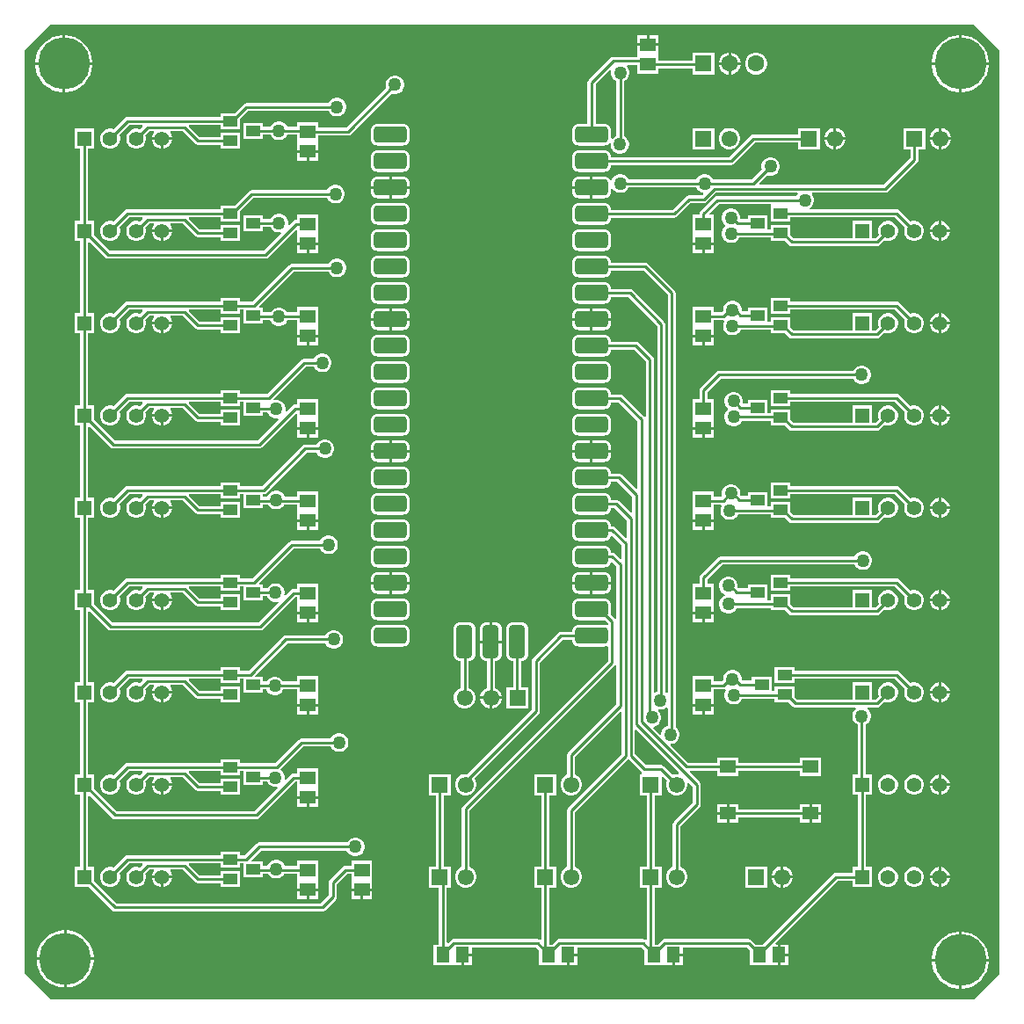
<source format=gtl>
G04*
G04 #@! TF.GenerationSoftware,Altium Limited,Altium Designer,22.0.2 (36)*
G04*
G04 Layer_Physical_Order=1*
G04 Layer_Color=255*
%FSLAX25Y25*%
%MOIN*%
G70*
G04*
G04 #@! TF.SameCoordinates,D3D46FE2-1C8D-4EF8-A088-ECFC07646440*
G04*
G04*
G04 #@! TF.FilePolarity,Positive*
G04*
G01*
G75*
%ADD12C,0.01000*%
%ADD13R,0.05906X0.05118*%
%ADD14R,0.05118X0.05906*%
%ADD15R,0.06102X0.05118*%
%ADD16R,0.05512X0.03937*%
%ADD25C,0.06102*%
%ADD26R,0.06102X0.06102*%
%ADD27C,0.05512*%
%ADD28R,0.05512X0.05512*%
%ADD31C,0.19685*%
%ADD32C,0.06299*%
%ADD33R,0.06299X0.06299*%
G04:AMPARAMS|DCode=34|XSize=125.98mil|YSize=62.99mil|CornerRadius=15.75mil|HoleSize=0mil|Usage=FLASHONLY|Rotation=0.000|XOffset=0mil|YOffset=0mil|HoleType=Round|Shape=RoundedRectangle|*
%AMROUNDEDRECTD34*
21,1,0.12598,0.03150,0,0,0.0*
21,1,0.09449,0.06299,0,0,0.0*
1,1,0.03150,0.04724,-0.01575*
1,1,0.03150,-0.04724,-0.01575*
1,1,0.03150,-0.04724,0.01575*
1,1,0.03150,0.04724,0.01575*
%
%ADD34ROUNDEDRECTD34*%
G04:AMPARAMS|DCode=35|XSize=62.99mil|YSize=125.98mil|CornerRadius=15.75mil|HoleSize=0mil|Usage=FLASHONLY|Rotation=0.000|XOffset=0mil|YOffset=0mil|HoleType=Round|Shape=RoundedRectangle|*
%AMROUNDEDRECTD35*
21,1,0.06299,0.09449,0,0,0.0*
21,1,0.03150,0.12598,0,0,0.0*
1,1,0.03150,0.01575,-0.04724*
1,1,0.03150,-0.01575,-0.04724*
1,1,0.03150,-0.01575,0.04724*
1,1,0.03150,0.01575,0.04724*
%
%ADD35ROUNDEDRECTD35*%
%ADD36C,0.05000*%
G36*
X374957Y365043D02*
Y14842D01*
X365158Y5043D01*
X15086D01*
X5043Y14841D01*
Y365043D01*
X14957Y374957D01*
X365043D01*
X374957Y365043D01*
D02*
G37*
%LPC*%
G36*
X245453Y370799D02*
X242000D01*
Y367740D01*
X245453D01*
Y370799D01*
D02*
G37*
G36*
X241000D02*
X237547D01*
Y367740D01*
X241000D01*
Y370799D01*
D02*
G37*
G36*
X273046Y364150D02*
X273000D01*
Y360500D01*
X276650D01*
Y360546D01*
X276367Y361602D01*
X275820Y362548D01*
X275048Y363320D01*
X274102Y363867D01*
X273046Y364150D01*
D02*
G37*
G36*
X360853Y370843D02*
X360500D01*
Y360500D01*
X370843D01*
Y360853D01*
X370575Y362539D01*
X370048Y364162D01*
X369273Y365683D01*
X368270Y367063D01*
X367063Y368270D01*
X365683Y369273D01*
X364162Y370048D01*
X362539Y370575D01*
X360853Y370843D01*
D02*
G37*
G36*
X359500D02*
X359147D01*
X357461Y370575D01*
X355838Y370048D01*
X354317Y369273D01*
X352937Y368270D01*
X351730Y367063D01*
X350727Y365683D01*
X349952Y364162D01*
X349425Y362539D01*
X349158Y360853D01*
Y360500D01*
X359500D01*
Y370843D01*
D02*
G37*
G36*
X20853D02*
X20500D01*
Y360500D01*
X30843D01*
Y360853D01*
X30575Y362539D01*
X30048Y364162D01*
X29273Y365683D01*
X28270Y367063D01*
X27063Y368270D01*
X25683Y369273D01*
X24162Y370048D01*
X22539Y370575D01*
X20853Y370843D01*
D02*
G37*
G36*
X19500D02*
X19147D01*
X17461Y370575D01*
X15838Y370048D01*
X14317Y369273D01*
X12937Y368270D01*
X11730Y367063D01*
X10727Y365683D01*
X9952Y364162D01*
X9425Y362539D01*
X9157Y360853D01*
Y360500D01*
X19500D01*
Y370843D01*
D02*
G37*
G36*
X272000Y364150D02*
X271954D01*
X270898Y363867D01*
X269952Y363320D01*
X269180Y362548D01*
X268633Y361602D01*
X268350Y360546D01*
Y360500D01*
X272000D01*
Y364150D01*
D02*
G37*
G36*
X283046D02*
X281954D01*
X280898Y363867D01*
X279952Y363320D01*
X279180Y362548D01*
X278633Y361602D01*
X278350Y360546D01*
Y359454D01*
X278633Y358398D01*
X279180Y357452D01*
X279952Y356680D01*
X280898Y356133D01*
X281954Y355850D01*
X283046D01*
X284102Y356133D01*
X285048Y356680D01*
X285821Y357452D01*
X286367Y358398D01*
X286650Y359454D01*
Y360546D01*
X286367Y361602D01*
X285821Y362548D01*
X285048Y363320D01*
X284102Y363867D01*
X283046Y364150D01*
D02*
G37*
G36*
X276650Y359500D02*
X273000D01*
Y355850D01*
X273046D01*
X274102Y356133D01*
X275048Y356680D01*
X275820Y357452D01*
X276367Y358398D01*
X276650Y359454D01*
Y359500D01*
D02*
G37*
G36*
X272000D02*
X268350D01*
Y359454D01*
X268633Y358398D01*
X269180Y357452D01*
X269952Y356680D01*
X270898Y356133D01*
X271954Y355850D01*
X272000D01*
Y359500D01*
D02*
G37*
G36*
X245453Y366740D02*
X241500D01*
X237547D01*
Y363819D01*
X237547Y363681D01*
Y363319D01*
X237547Y363181D01*
Y362529D01*
X228343D01*
X227758Y362413D01*
X227262Y362081D01*
X219017Y353837D01*
X218686Y353341D01*
X218569Y352755D01*
Y337215D01*
X215374D01*
X214702Y337127D01*
X214075Y336867D01*
X213538Y336455D01*
X213125Y335917D01*
X212865Y335290D01*
X212777Y334618D01*
Y331469D01*
X212865Y330796D01*
X213125Y330170D01*
X213538Y329632D01*
X214075Y329219D01*
X214702Y328960D01*
X215374Y328871D01*
X224823D01*
X225495Y328960D01*
X226121Y329219D01*
X226659Y329632D01*
X226823Y329846D01*
X227323Y329676D01*
Y328963D01*
X227562Y328073D01*
X228023Y327275D01*
X228674Y326624D01*
X229472Y326163D01*
X230363Y325924D01*
X231284D01*
X232174Y326163D01*
X232973Y326624D01*
X233624Y327275D01*
X234085Y328073D01*
X234323Y328963D01*
Y329885D01*
X234085Y330775D01*
X233624Y331573D01*
X232973Y332225D01*
X232529Y332481D01*
Y353342D01*
X233149Y353699D01*
X233801Y354351D01*
X234261Y355149D01*
X234500Y356039D01*
Y356961D01*
X234261Y357851D01*
X233801Y358649D01*
X233479Y358971D01*
X233686Y359471D01*
X237547D01*
Y356201D01*
X245453D01*
Y358230D01*
X258350D01*
Y355850D01*
X266650D01*
Y364150D01*
X258350D01*
Y361289D01*
X245453D01*
Y363181D01*
X245453Y363319D01*
Y363681D01*
X245453Y363819D01*
Y366740D01*
D02*
G37*
G36*
X370843Y359500D02*
X360500D01*
Y349158D01*
X360853D01*
X362539Y349425D01*
X364162Y349952D01*
X365683Y350727D01*
X367063Y351730D01*
X368270Y352937D01*
X369273Y354317D01*
X370048Y355838D01*
X370575Y357461D01*
X370843Y359147D01*
Y359500D01*
D02*
G37*
G36*
X359500D02*
X349158D01*
Y359147D01*
X349425Y357461D01*
X349952Y355838D01*
X350727Y354317D01*
X351730Y352937D01*
X352937Y351730D01*
X354317Y350727D01*
X355838Y349952D01*
X357461Y349425D01*
X359147Y349158D01*
X359500D01*
Y359500D01*
D02*
G37*
G36*
X30843D02*
X20500D01*
Y349158D01*
X20853D01*
X22539Y349425D01*
X24162Y349952D01*
X25683Y350727D01*
X27063Y351730D01*
X28270Y352937D01*
X29273Y354317D01*
X30048Y355838D01*
X30575Y357461D01*
X30843Y359147D01*
Y359500D01*
D02*
G37*
G36*
X19500D02*
X9157D01*
Y359147D01*
X9425Y357461D01*
X9952Y355838D01*
X10727Y354317D01*
X11730Y352937D01*
X12937Y351730D01*
X14317Y350727D01*
X15838Y349952D01*
X17461Y349425D01*
X19147Y349158D01*
X19500D01*
Y359500D01*
D02*
G37*
G36*
X145961Y355500D02*
X145039D01*
X144149Y355261D01*
X143351Y354801D01*
X142699Y354149D01*
X142238Y353351D01*
X142000Y352461D01*
Y351539D01*
X142185Y350848D01*
X127107Y335770D01*
X116453D01*
Y337799D01*
X108547D01*
Y336029D01*
X104658D01*
X104301Y336649D01*
X103649Y337301D01*
X102851Y337761D01*
X101961Y338000D01*
X101039D01*
X100149Y337761D01*
X99351Y337301D01*
X98699Y336649D01*
X98342Y336029D01*
X95587D01*
Y337469D01*
X88075D01*
Y331532D01*
X95587D01*
Y332971D01*
X98342D01*
X98699Y332351D01*
X99351Y331699D01*
X100149Y331239D01*
X101039Y331000D01*
X101961D01*
X102851Y331239D01*
X103649Y331699D01*
X104301Y332351D01*
X104658Y332971D01*
X108547D01*
Y330819D01*
X108547Y330681D01*
Y330319D01*
X108547Y330181D01*
Y327260D01*
X112500D01*
X116453D01*
Y330181D01*
X116453Y330319D01*
Y330681D01*
X116453Y330819D01*
Y332711D01*
X127740D01*
X128325Y332827D01*
X128822Y333159D01*
X144348Y348685D01*
X145039Y348500D01*
X145961D01*
X146851Y348739D01*
X147649Y349199D01*
X148301Y349851D01*
X148761Y350649D01*
X149000Y351539D01*
Y352461D01*
X148761Y353351D01*
X148301Y354149D01*
X147649Y354801D01*
X146851Y355261D01*
X145961Y355500D01*
D02*
G37*
G36*
X123961Y347000D02*
X123039D01*
X122149Y346761D01*
X121351Y346301D01*
X120699Y345649D01*
X120342Y345029D01*
X89217D01*
X88631Y344913D01*
X88135Y344581D01*
X84762Y341209D01*
X79413D01*
Y339770D01*
X44252D01*
X43667Y339653D01*
X43170Y339322D01*
X38940Y335091D01*
X38073Y335323D01*
X37084D01*
X36129Y335067D01*
X35273Y334572D01*
X34573Y333873D01*
X34079Y333017D01*
X33823Y332061D01*
Y331072D01*
X34079Y330117D01*
X34573Y329261D01*
X35273Y328561D01*
X36129Y328067D01*
X37084Y327811D01*
X38073D01*
X39028Y328067D01*
X39885Y328561D01*
X40584Y329261D01*
X41079Y330117D01*
X41335Y331072D01*
Y332061D01*
X41102Y332928D01*
X44885Y336711D01*
X49749D01*
X49940Y336249D01*
X48782Y335091D01*
X47916Y335323D01*
X46927D01*
X45972Y335067D01*
X45115Y334572D01*
X44416Y333873D01*
X43921Y333017D01*
X43665Y332061D01*
Y331072D01*
X43921Y330117D01*
X44416Y329261D01*
X45115Y328561D01*
X45972Y328067D01*
X46927Y327811D01*
X47916D01*
X48871Y328067D01*
X49727Y328561D01*
X50427Y329261D01*
X50921Y330117D01*
X51177Y331072D01*
Y332061D01*
X50945Y332928D01*
X52311Y334293D01*
X54047D01*
X54212Y333793D01*
X53764Y333017D01*
X53509Y332067D01*
X57264D01*
X61018D01*
X60764Y333017D01*
X60315Y333793D01*
X60480Y334293D01*
X65044D01*
X69659Y329678D01*
X70155Y329347D01*
X70740Y329230D01*
X79413D01*
Y327791D01*
X86925D01*
Y333728D01*
X79413D01*
Y332289D01*
X71374D01*
X67414Y336249D01*
X67605Y336711D01*
X79413D01*
Y335272D01*
X86925D01*
Y339046D01*
X89850Y341971D01*
X120342D01*
X120699Y341351D01*
X121351Y340699D01*
X122149Y340238D01*
X123039Y340000D01*
X123961D01*
X124851Y340238D01*
X125649Y340699D01*
X126301Y341351D01*
X126761Y342149D01*
X127000Y343039D01*
Y343961D01*
X126761Y344851D01*
X126301Y345649D01*
X125649Y346301D01*
X124851Y346761D01*
X123961Y347000D01*
D02*
G37*
G36*
X352955Y335618D02*
X352921D01*
Y332067D01*
X356472D01*
Y332100D01*
X356196Y333131D01*
X355663Y334054D01*
X354909Y334809D01*
X353985Y335342D01*
X352955Y335618D01*
D02*
G37*
G36*
X351921D02*
X351888D01*
X350857Y335342D01*
X349934Y334809D01*
X349180Y334054D01*
X348646Y333131D01*
X348370Y332100D01*
Y332067D01*
X351921D01*
Y335618D01*
D02*
G37*
G36*
X312955D02*
X312921D01*
Y332067D01*
X316472D01*
Y332100D01*
X316196Y333131D01*
X315663Y334054D01*
X314909Y334809D01*
X313985Y335342D01*
X312955Y335618D01*
D02*
G37*
G36*
X311921D02*
X311888D01*
X310858Y335342D01*
X309934Y334809D01*
X309179Y334054D01*
X308646Y333131D01*
X308370Y332100D01*
Y332067D01*
X311921D01*
Y335618D01*
D02*
G37*
G36*
X148524Y337215D02*
X139075D01*
X138403Y337127D01*
X137776Y336867D01*
X137238Y336455D01*
X136826Y335917D01*
X136566Y335290D01*
X136478Y334618D01*
Y331469D01*
X136566Y330796D01*
X136826Y330170D01*
X137238Y329632D01*
X137776Y329219D01*
X138403Y328960D01*
X139075Y328871D01*
X148524D01*
X149196Y328960D01*
X149822Y329219D01*
X150360Y329632D01*
X150773Y330170D01*
X151032Y330796D01*
X151121Y331469D01*
Y334618D01*
X151032Y335290D01*
X150773Y335917D01*
X150360Y336455D01*
X149822Y336867D01*
X149196Y337127D01*
X148524Y337215D01*
D02*
G37*
G36*
X61018Y331067D02*
X57764D01*
Y327813D01*
X58714Y328067D01*
X59570Y328561D01*
X60269Y329261D01*
X60764Y330117D01*
X61018Y331067D01*
D02*
G37*
G36*
X56764D02*
X53509D01*
X53764Y330117D01*
X54258Y329261D01*
X54958Y328561D01*
X55814Y328067D01*
X56764Y327813D01*
Y331067D01*
D02*
G37*
G36*
X356472Y331067D02*
X352921D01*
Y327516D01*
X352955D01*
X353985Y327792D01*
X354909Y328325D01*
X355663Y329079D01*
X356196Y330003D01*
X356472Y331034D01*
Y331067D01*
D02*
G37*
G36*
X351921D02*
X348370D01*
Y331034D01*
X348646Y330003D01*
X349180Y329079D01*
X349934Y328325D01*
X350857Y327792D01*
X351888Y327516D01*
X351921D01*
Y331067D01*
D02*
G37*
G36*
X316472D02*
X312921D01*
Y327516D01*
X312955D01*
X313985Y327792D01*
X314909Y328325D01*
X315663Y329079D01*
X316196Y330003D01*
X316472Y331034D01*
Y331067D01*
D02*
G37*
G36*
X311921D02*
X308370D01*
Y331034D01*
X308646Y330003D01*
X309179Y329079D01*
X309934Y328325D01*
X310858Y327792D01*
X311888Y327516D01*
X311921D01*
Y331067D01*
D02*
G37*
G36*
X306630Y335618D02*
X298528D01*
Y333096D01*
X281567D01*
X280982Y332980D01*
X280486Y332648D01*
X272410Y324573D01*
X227420D01*
Y324618D01*
X227331Y325290D01*
X227072Y325917D01*
X226659Y326454D01*
X226121Y326867D01*
X225495Y327127D01*
X224823Y327215D01*
X215374D01*
X214702Y327127D01*
X214075Y326867D01*
X213538Y326454D01*
X213125Y325917D01*
X212865Y325290D01*
X212777Y324618D01*
Y321468D01*
X212865Y320796D01*
X213125Y320170D01*
X213538Y319632D01*
X214075Y319219D01*
X214702Y318960D01*
X215374Y318871D01*
X224823D01*
X225495Y318960D01*
X226121Y319219D01*
X226659Y319632D01*
X227072Y320170D01*
X227331Y320796D01*
X227420Y321468D01*
Y321514D01*
X273043D01*
X273629Y321630D01*
X274125Y321962D01*
X282200Y330037D01*
X298528D01*
Y327516D01*
X306630D01*
Y335618D01*
D02*
G37*
G36*
X272955D02*
X271888D01*
X270858Y335342D01*
X269934Y334809D01*
X269180Y334054D01*
X268646Y333131D01*
X268370Y332100D01*
Y331034D01*
X268646Y330003D01*
X269180Y329079D01*
X269934Y328325D01*
X270858Y327792D01*
X271888Y327516D01*
X272955D01*
X273985Y327792D01*
X274909Y328325D01*
X275663Y329079D01*
X276196Y330003D01*
X276472Y331034D01*
Y332100D01*
X276196Y333131D01*
X275663Y334054D01*
X274909Y334809D01*
X273985Y335342D01*
X272955Y335618D01*
D02*
G37*
G36*
X266630D02*
X258528D01*
Y327516D01*
X266630D01*
Y335618D01*
D02*
G37*
G36*
X116453Y326260D02*
X113000D01*
Y323201D01*
X116453D01*
Y326260D01*
D02*
G37*
G36*
X112000D02*
X108547D01*
Y323201D01*
X112000D01*
Y326260D01*
D02*
G37*
G36*
X148524Y327215D02*
X139075D01*
X138403Y327127D01*
X137776Y326867D01*
X137238Y326454D01*
X136826Y325917D01*
X136566Y325290D01*
X136478Y324618D01*
Y321468D01*
X136566Y320796D01*
X136826Y320170D01*
X137238Y319632D01*
X137776Y319219D01*
X138403Y318960D01*
X139075Y318871D01*
X148524D01*
X149196Y318960D01*
X149822Y319219D01*
X150360Y319632D01*
X150773Y320170D01*
X151032Y320796D01*
X151121Y321468D01*
Y324618D01*
X151032Y325290D01*
X150773Y325917D01*
X150360Y326454D01*
X149822Y326867D01*
X149196Y327127D01*
X148524Y327215D01*
D02*
G37*
G36*
X346630Y335618D02*
X338528D01*
Y327516D01*
X341049D01*
Y324212D01*
X330867Y314029D01*
X283846D01*
X283654Y314491D01*
X286848Y317685D01*
X287539Y317500D01*
X288461D01*
X289351Y317739D01*
X290149Y318199D01*
X290801Y318851D01*
X291262Y319649D01*
X291500Y320539D01*
Y321461D01*
X291262Y322351D01*
X290801Y323149D01*
X290149Y323801D01*
X289351Y324261D01*
X288461Y324500D01*
X287539D01*
X286649Y324261D01*
X285851Y323801D01*
X285199Y323149D01*
X284738Y322351D01*
X284500Y321461D01*
Y320539D01*
X284685Y319848D01*
X280867Y316029D01*
X266159D01*
X265801Y316649D01*
X265149Y317301D01*
X264351Y317761D01*
X263461Y318000D01*
X262539D01*
X261649Y317761D01*
X260851Y317301D01*
X260199Y316649D01*
X259841Y316029D01*
X234158D01*
X233801Y316649D01*
X233149Y317301D01*
X232351Y317761D01*
X231461Y318000D01*
X230539D01*
X229649Y317761D01*
X228851Y317301D01*
X228199Y316649D01*
X227738Y315851D01*
X227700Y315707D01*
X227173Y315672D01*
X227072Y315917D01*
X226659Y316455D01*
X226121Y316867D01*
X225495Y317127D01*
X224823Y317215D01*
X220598D01*
Y313043D01*
Y308872D01*
X224823D01*
X225495Y308960D01*
X226121Y309219D01*
X226659Y309632D01*
X227072Y310170D01*
X227331Y310796D01*
X227420Y311469D01*
Y312701D01*
X227920Y312835D01*
X228199Y312351D01*
X228851Y311699D01*
X229649Y311239D01*
X230539Y311000D01*
X231461D01*
X232351Y311239D01*
X233149Y311699D01*
X233801Y312351D01*
X234158Y312971D01*
X259841D01*
X260199Y312351D01*
X260851Y311699D01*
X261649Y311239D01*
X262340Y311053D01*
X262526Y310532D01*
X262023Y310029D01*
X257000D01*
X256415Y309913D01*
X255919Y309581D01*
X250910Y304573D01*
X227420D01*
Y304618D01*
X227331Y305290D01*
X227072Y305917D01*
X226659Y306454D01*
X226121Y306867D01*
X225495Y307127D01*
X224823Y307215D01*
X215374D01*
X214702Y307127D01*
X214075Y306867D01*
X213538Y306454D01*
X213125Y305917D01*
X212865Y305290D01*
X212777Y304618D01*
Y301468D01*
X212865Y300796D01*
X213125Y300170D01*
X213538Y299632D01*
X214075Y299219D01*
X214702Y298960D01*
X215374Y298871D01*
X224823D01*
X225495Y298960D01*
X226121Y299219D01*
X226659Y299632D01*
X227072Y300170D01*
X227331Y300796D01*
X227420Y301468D01*
Y301514D01*
X251543D01*
X252129Y301630D01*
X252625Y301962D01*
X257633Y306971D01*
X262657D01*
X263242Y307087D01*
X263738Y307419D01*
X267290Y310971D01*
X298142D01*
X298333Y310509D01*
X298204Y310380D01*
X297846Y309760D01*
X267730D01*
X267145Y309644D01*
X266649Y309312D01*
X261419Y304081D01*
X261087Y303585D01*
X260971Y303000D01*
Y302799D01*
X258547D01*
Y295819D01*
X258547Y295681D01*
Y295319D01*
X258547Y295181D01*
Y292260D01*
X262500D01*
Y291760D01*
D01*
Y292260D01*
X266453D01*
Y295181D01*
X266453Y295319D01*
Y295681D01*
X266453Y295819D01*
Y302799D01*
X265115D01*
X264924Y303261D01*
X268364Y306701D01*
X288057D01*
X288075Y306209D01*
X288075D01*
Y300272D01*
X295587D01*
Y301711D01*
X335115D01*
X338897Y297928D01*
X338665Y297061D01*
Y296073D01*
X338921Y295117D01*
X339416Y294261D01*
X340115Y293562D01*
X340971Y293067D01*
X341927Y292811D01*
X342916D01*
X343871Y293067D01*
X344727Y293562D01*
X345427Y294261D01*
X345921Y295117D01*
X346177Y296073D01*
Y297061D01*
X345921Y298017D01*
X345427Y298873D01*
X344727Y299572D01*
X343871Y300067D01*
X342916Y300323D01*
X341927D01*
X341060Y300091D01*
X336829Y304322D01*
X336333Y304653D01*
X335748Y304769D01*
X303010D01*
X302876Y305270D01*
X303154Y305430D01*
X303805Y306082D01*
X304266Y306880D01*
X304505Y307770D01*
Y308691D01*
X304266Y309581D01*
X303805Y310380D01*
X303676Y310509D01*
X303868Y310971D01*
X331500D01*
X332085Y311087D01*
X332581Y311419D01*
X343660Y322497D01*
X343992Y322993D01*
X344108Y323579D01*
Y327516D01*
X346630D01*
Y335618D01*
D02*
G37*
G36*
X219598Y317215D02*
X215374D01*
X214702Y317127D01*
X214075Y316867D01*
X213538Y316455D01*
X213125Y315917D01*
X212865Y315290D01*
X212777Y314618D01*
Y313543D01*
X219598D01*
Y317215D01*
D02*
G37*
G36*
X148524D02*
X144299D01*
Y313543D01*
X151121D01*
Y314618D01*
X151032Y315290D01*
X150773Y315917D01*
X150360Y316455D01*
X149822Y316867D01*
X149196Y317127D01*
X148524Y317215D01*
D02*
G37*
G36*
X143299D02*
X139075D01*
X138403Y317127D01*
X137776Y316867D01*
X137238Y316455D01*
X136826Y315917D01*
X136566Y315290D01*
X136478Y314618D01*
Y313543D01*
X143299D01*
Y317215D01*
D02*
G37*
G36*
X219598Y312543D02*
X212777D01*
Y311469D01*
X212865Y310796D01*
X213125Y310170D01*
X213538Y309632D01*
X214075Y309219D01*
X214702Y308960D01*
X215374Y308872D01*
X219598D01*
Y312543D01*
D02*
G37*
G36*
X151121D02*
X144299D01*
Y308872D01*
X148524D01*
X149196Y308960D01*
X149822Y309219D01*
X150360Y309632D01*
X150773Y310170D01*
X151032Y310796D01*
X151121Y311469D01*
Y312543D01*
D02*
G37*
G36*
X143299D02*
X136478D01*
Y311469D01*
X136566Y310796D01*
X136826Y310170D01*
X137238Y309632D01*
X137776Y309219D01*
X138403Y308960D01*
X139075Y308872D01*
X143299D01*
Y312543D01*
D02*
G37*
G36*
X123461Y314000D02*
X122539D01*
X121649Y313761D01*
X120851Y313301D01*
X120199Y312649D01*
X119842Y312029D01*
X91216D01*
X90631Y311913D01*
X90135Y311581D01*
X84762Y306209D01*
X79413D01*
Y304769D01*
X44252D01*
X43667Y304653D01*
X43170Y304322D01*
X38940Y300091D01*
X38073Y300323D01*
X37084D01*
X36129Y300067D01*
X35273Y299572D01*
X34573Y298873D01*
X34079Y298017D01*
X33823Y297061D01*
Y296073D01*
X34079Y295117D01*
X34573Y294261D01*
X35273Y293562D01*
X36129Y293067D01*
X37084Y292811D01*
X38073D01*
X39028Y293067D01*
X39885Y293562D01*
X40584Y294261D01*
X41079Y295117D01*
X41335Y296073D01*
Y297061D01*
X41102Y297928D01*
X44885Y301711D01*
X49749D01*
X49940Y301249D01*
X48782Y300091D01*
X47916Y300323D01*
X46927D01*
X45972Y300067D01*
X45115Y299572D01*
X44416Y298873D01*
X43921Y298017D01*
X43665Y297061D01*
Y296073D01*
X43921Y295117D01*
X44416Y294261D01*
X45115Y293562D01*
X45972Y293067D01*
X46927Y292811D01*
X47916D01*
X48871Y293067D01*
X49727Y293562D01*
X50427Y294261D01*
X50921Y295117D01*
X51177Y296073D01*
Y297061D01*
X50945Y297928D01*
X52311Y299293D01*
X54047D01*
X54212Y298793D01*
X53764Y298017D01*
X53509Y297067D01*
X57264D01*
X61018D01*
X60764Y298017D01*
X60315Y298793D01*
X60480Y299293D01*
X65042D01*
X69657Y294678D01*
X70153Y294347D01*
X70739Y294231D01*
X79413D01*
Y292791D01*
X86925D01*
Y298728D01*
X79413D01*
Y297289D01*
X71372D01*
X67413Y301249D01*
X67604Y301711D01*
X79413D01*
Y300272D01*
X86925D01*
Y304046D01*
X91850Y308971D01*
X119842D01*
X120199Y308351D01*
X120851Y307699D01*
X121649Y307239D01*
X122539Y307000D01*
X123461D01*
X124351Y307239D01*
X125149Y307699D01*
X125801Y308351D01*
X126261Y309149D01*
X126500Y310039D01*
Y310961D01*
X126261Y311851D01*
X125801Y312649D01*
X125149Y313301D01*
X124351Y313761D01*
X123461Y314000D01*
D02*
G37*
G36*
X148524Y307215D02*
X139075D01*
X138403Y307127D01*
X137776Y306867D01*
X137238Y306454D01*
X136826Y305917D01*
X136566Y305290D01*
X136478Y304618D01*
Y301468D01*
X136566Y300796D01*
X136826Y300170D01*
X137238Y299632D01*
X137776Y299219D01*
X138403Y298960D01*
X139075Y298871D01*
X148524D01*
X149196Y298960D01*
X149822Y299219D01*
X150360Y299632D01*
X150773Y300170D01*
X151032Y300796D01*
X151121Y301468D01*
Y304618D01*
X151032Y305290D01*
X150773Y305917D01*
X150360Y306454D01*
X149822Y306867D01*
X149196Y307127D01*
X148524Y307215D01*
D02*
G37*
G36*
X352764Y300321D02*
Y297067D01*
X356018D01*
X355764Y298017D01*
X355269Y298873D01*
X354570Y299572D01*
X353713Y300067D01*
X352764Y300321D01*
D02*
G37*
G36*
X351764Y300321D02*
X350814Y300067D01*
X349958Y299572D01*
X349258Y298873D01*
X348764Y298017D01*
X348509Y297067D01*
X351764D01*
Y300321D01*
D02*
G37*
G36*
Y296067D02*
X348509D01*
X348764Y295117D01*
X349258Y294261D01*
X349958Y293562D01*
X350814Y293067D01*
X351764Y292812D01*
Y296067D01*
D02*
G37*
G36*
X61018D02*
X57764D01*
Y292812D01*
X58714Y293067D01*
X59570Y293562D01*
X60269Y294261D01*
X60764Y295117D01*
X61018Y296067D01*
D02*
G37*
G36*
X56764D02*
X53509D01*
X53764Y295117D01*
X54258Y294261D01*
X54958Y293562D01*
X55814Y293067D01*
X56764Y292812D01*
Y296067D01*
D02*
G37*
G36*
X356018D02*
X352764D01*
Y292812D01*
X353713Y293067D01*
X354570Y293562D01*
X355269Y294261D01*
X355764Y295117D01*
X356018Y296067D01*
D02*
G37*
G36*
X273461Y305000D02*
X272539D01*
X271649Y304762D01*
X270851Y304301D01*
X270199Y303649D01*
X269739Y302851D01*
X269500Y301961D01*
Y301039D01*
X269739Y300149D01*
X270199Y299351D01*
X270738Y298813D01*
X270807Y298500D01*
X270738Y298187D01*
X270199Y297649D01*
X269739Y296851D01*
X269500Y295961D01*
Y295039D01*
X269739Y294149D01*
X270199Y293351D01*
X270851Y292699D01*
X271649Y292238D01*
X272539Y292000D01*
X273461D01*
X274351Y292238D01*
X275149Y292699D01*
X275801Y293351D01*
X276158Y293971D01*
X288075D01*
Y292791D01*
X293424D01*
X294986Y291230D01*
X295482Y290898D01*
X296067Y290782D01*
X328323D01*
X328908Y290898D01*
X329404Y291230D01*
X331218Y293043D01*
X332084Y292811D01*
X333073D01*
X334029Y293067D01*
X334885Y293562D01*
X335584Y294261D01*
X336079Y295117D01*
X336335Y296073D01*
Y297061D01*
X336079Y298017D01*
X335584Y298873D01*
X334885Y299572D01*
X334029Y300067D01*
X333073Y300323D01*
X332084D01*
X331129Y300067D01*
X330273Y299572D01*
X329573Y298873D01*
X329079Y298017D01*
X328823Y297061D01*
Y296073D01*
X329055Y295206D01*
X327689Y293840D01*
X326492D01*
Y300323D01*
X318980D01*
Y293840D01*
X296700D01*
X295587Y294954D01*
Y298728D01*
X288075D01*
Y297029D01*
X286925D01*
Y302468D01*
X279413D01*
Y301029D01*
X276507D01*
X276500Y301039D01*
Y301961D01*
X276261Y302851D01*
X275801Y303649D01*
X275149Y304301D01*
X274351Y304762D01*
X273461Y305000D01*
D02*
G37*
G36*
X31492Y335323D02*
X23980D01*
Y327811D01*
X26207D01*
Y300323D01*
X23980D01*
Y292811D01*
X26207D01*
Y265323D01*
X23980D01*
Y257811D01*
X26207D01*
Y230323D01*
X23980D01*
Y222811D01*
X26207D01*
Y195323D01*
X23980D01*
Y187811D01*
X26207D01*
Y160323D01*
X23980D01*
Y152811D01*
X26207D01*
Y125323D01*
X23980D01*
Y117811D01*
X26207D01*
Y90323D01*
X23980D01*
Y82811D01*
X26207D01*
Y55323D01*
X23980D01*
Y47811D01*
X29329D01*
X38222Y38919D01*
X38718Y38587D01*
X39303Y38471D01*
X118000D01*
X118585Y38587D01*
X119081Y38919D01*
X123081Y42919D01*
X123413Y43415D01*
X123529Y44000D01*
Y48867D01*
X127374Y52711D01*
X129047D01*
Y50819D01*
X129047Y50681D01*
Y50319D01*
X129047Y50181D01*
Y47260D01*
X133000D01*
X136953D01*
Y50181D01*
X136953Y50319D01*
Y50681D01*
X136953Y50819D01*
Y57799D01*
X129047D01*
Y55770D01*
X126740D01*
X126155Y55653D01*
X125659Y55322D01*
X120919Y50581D01*
X120587Y50085D01*
X120471Y49500D01*
Y44633D01*
X117367Y41529D01*
X39937D01*
X31492Y49974D01*
Y55323D01*
X29266D01*
Y82168D01*
X29766Y82375D01*
X38222Y73919D01*
X38718Y73587D01*
X39303Y73471D01*
X93000D01*
X93585Y73587D01*
X94081Y73919D01*
X107874Y87711D01*
X108547D01*
Y85819D01*
X108547Y85681D01*
Y85319D01*
X108547Y85181D01*
Y82260D01*
X112500D01*
X116453D01*
Y85181D01*
X116453Y85319D01*
Y85681D01*
X116453Y85819D01*
Y92799D01*
X108547D01*
Y90770D01*
X107240D01*
X106655Y90653D01*
X106159Y90322D01*
X104060Y88223D01*
X103612Y88482D01*
X103692Y88779D01*
Y89701D01*
X103453Y90591D01*
X102993Y91389D01*
X102341Y92041D01*
X102325Y92050D01*
X102260Y92546D01*
X110685Y100971D01*
X121260D01*
X121618Y100351D01*
X122269Y99699D01*
X123067Y99239D01*
X123958Y99000D01*
X124879D01*
X125769Y99239D01*
X126567Y99699D01*
X127219Y100351D01*
X127680Y101149D01*
X127919Y102039D01*
Y102961D01*
X127680Y103851D01*
X127219Y104649D01*
X126567Y105301D01*
X125769Y105762D01*
X124879Y106000D01*
X123958D01*
X123067Y105762D01*
X122269Y105301D01*
X121618Y104649D01*
X121260Y104029D01*
X110051D01*
X109466Y103913D01*
X108970Y103581D01*
X100158Y94770D01*
X86925D01*
Y96209D01*
X79413D01*
Y94770D01*
X44252D01*
X43667Y94653D01*
X43170Y94322D01*
X38940Y90091D01*
X38073Y90323D01*
X37084D01*
X36129Y90067D01*
X35273Y89572D01*
X34573Y88873D01*
X34079Y88017D01*
X33823Y87061D01*
Y86072D01*
X34079Y85117D01*
X34573Y84261D01*
X35273Y83561D01*
X36129Y83067D01*
X37084Y82811D01*
X38073D01*
X39028Y83067D01*
X39885Y83561D01*
X40584Y84261D01*
X41079Y85117D01*
X41335Y86072D01*
Y87061D01*
X41102Y87928D01*
X44885Y91711D01*
X49749D01*
X49940Y91249D01*
X48782Y90091D01*
X47916Y90323D01*
X46927D01*
X45972Y90067D01*
X45115Y89572D01*
X44416Y88873D01*
X43921Y88017D01*
X43665Y87061D01*
Y86072D01*
X43921Y85117D01*
X44416Y84261D01*
X45115Y83561D01*
X45972Y83067D01*
X46927Y82811D01*
X47916D01*
X48871Y83067D01*
X49727Y83561D01*
X50427Y84261D01*
X50921Y85117D01*
X51177Y86072D01*
Y87061D01*
X50945Y87928D01*
X52311Y89293D01*
X54047D01*
X54212Y88793D01*
X53764Y88017D01*
X53509Y87067D01*
X57264D01*
X61018D01*
X60764Y88017D01*
X60315Y88793D01*
X60480Y89293D01*
X65042D01*
X69657Y84678D01*
X70153Y84347D01*
X70739Y84231D01*
X79413D01*
Y82791D01*
X86925D01*
Y88728D01*
X79413D01*
Y87289D01*
X71372D01*
X67413Y91249D01*
X67604Y91711D01*
X79413D01*
Y90272D01*
X86925D01*
Y91711D01*
X88075D01*
Y86532D01*
X95587D01*
Y87711D01*
X97033D01*
X97391Y87091D01*
X98043Y86440D01*
X98841Y85979D01*
X99731Y85740D01*
X100653D01*
X100950Y85820D01*
X101209Y85372D01*
X92366Y76529D01*
X39937D01*
X31492Y84974D01*
Y90323D01*
X29266D01*
Y117811D01*
X31492D01*
Y125323D01*
X29266D01*
Y152168D01*
X29766Y152375D01*
X36722Y145419D01*
X37218Y145087D01*
X37803Y144971D01*
X94500D01*
X95085Y145087D01*
X95581Y145419D01*
X107874Y157711D01*
X108547D01*
Y155819D01*
X108547Y155681D01*
Y155319D01*
X108547Y155181D01*
Y152260D01*
X112500D01*
X116453D01*
Y155181D01*
X116453Y155319D01*
Y155681D01*
X116453Y155819D01*
Y162799D01*
X108547D01*
Y160770D01*
X107240D01*
X106655Y160653D01*
X106159Y160322D01*
X103990Y158153D01*
X103542Y158412D01*
X103692Y158971D01*
Y159893D01*
X103453Y160783D01*
X102993Y161581D01*
X102341Y162233D01*
X101543Y162693D01*
X100653Y162932D01*
X99731D01*
X98841Y162693D01*
X98043Y162233D01*
X97391Y161581D01*
X97073Y161029D01*
X95587D01*
Y162469D01*
X94285D01*
X94093Y162930D01*
X107133Y175971D01*
X117260D01*
X117618Y175351D01*
X118269Y174699D01*
X119068Y174239D01*
X119958Y174000D01*
X120879D01*
X121769Y174239D01*
X122567Y174699D01*
X123219Y175351D01*
X123680Y176149D01*
X123918Y177039D01*
Y177961D01*
X123680Y178851D01*
X123219Y179649D01*
X122567Y180301D01*
X121769Y180762D01*
X120879Y181000D01*
X119958D01*
X119068Y180762D01*
X118269Y180301D01*
X117618Y179649D01*
X117260Y179029D01*
X106500D01*
X105915Y178913D01*
X105419Y178581D01*
X91607Y164770D01*
X86925D01*
Y166209D01*
X79413D01*
Y164770D01*
X44252D01*
X43667Y164653D01*
X43170Y164322D01*
X38940Y160091D01*
X38073Y160323D01*
X37084D01*
X36129Y160067D01*
X35273Y159572D01*
X34573Y158873D01*
X34079Y158017D01*
X33823Y157061D01*
Y156072D01*
X34079Y155117D01*
X34573Y154261D01*
X35273Y153561D01*
X36129Y153067D01*
X37084Y152811D01*
X38073D01*
X39028Y153067D01*
X39885Y153561D01*
X40584Y154261D01*
X41079Y155117D01*
X41335Y156072D01*
Y157061D01*
X41102Y157928D01*
X44886Y161711D01*
X49749D01*
X49940Y161249D01*
X48782Y160091D01*
X47916Y160323D01*
X46927D01*
X45972Y160067D01*
X45115Y159572D01*
X44416Y158873D01*
X43921Y158017D01*
X43665Y157061D01*
Y156072D01*
X43921Y155117D01*
X44416Y154261D01*
X45115Y153561D01*
X45972Y153067D01*
X46927Y152811D01*
X47916D01*
X48871Y153067D01*
X49727Y153561D01*
X50427Y154261D01*
X50921Y155117D01*
X51177Y156072D01*
Y157061D01*
X50945Y157928D01*
X52311Y159293D01*
X54047D01*
X54212Y158793D01*
X53764Y158017D01*
X53509Y157067D01*
X57264D01*
X61018D01*
X60764Y158017D01*
X60315Y158793D01*
X60480Y159293D01*
X65042D01*
X69657Y154678D01*
X70153Y154347D01*
X70739Y154230D01*
X79413D01*
Y152791D01*
X86925D01*
Y158728D01*
X79413D01*
Y157289D01*
X71372D01*
X67413Y161249D01*
X67604Y161711D01*
X79413D01*
Y160272D01*
X86925D01*
Y161711D01*
X88075D01*
Y156532D01*
X95587D01*
Y157971D01*
X96994D01*
X97391Y157283D01*
X98043Y156631D01*
X98841Y156170D01*
X99731Y155932D01*
X100653D01*
X101212Y156082D01*
X101470Y155633D01*
X93866Y148029D01*
X38437D01*
X31492Y154974D01*
Y160323D01*
X29266D01*
Y187811D01*
X31492D01*
Y195323D01*
X29266D01*
Y222167D01*
X29766Y222375D01*
X37722Y214419D01*
X38218Y214087D01*
X38803Y213971D01*
X94000D01*
X94585Y214087D01*
X95081Y214419D01*
X108047Y227384D01*
X108547Y227177D01*
Y225819D01*
X108547Y225681D01*
Y225319D01*
X108547Y225181D01*
Y222260D01*
X112500D01*
X116453D01*
Y225181D01*
X116453Y225319D01*
Y225681D01*
X116453Y225819D01*
Y232799D01*
X108547D01*
Y230769D01*
X107740D01*
X107155Y230653D01*
X106659Y230322D01*
X104386Y228049D01*
X103938Y228308D01*
X104000Y228539D01*
Y229461D01*
X103761Y230351D01*
X103301Y231149D01*
X102649Y231801D01*
X101851Y232261D01*
X100961Y232500D01*
X100039D01*
X99808Y232438D01*
X99549Y232886D01*
X111634Y244971D01*
X114841D01*
X115199Y244351D01*
X115851Y243699D01*
X116649Y243238D01*
X117539Y243000D01*
X118461D01*
X119351Y243238D01*
X120149Y243699D01*
X120801Y244351D01*
X121262Y245149D01*
X121500Y246039D01*
Y246961D01*
X121262Y247851D01*
X120801Y248649D01*
X120149Y249301D01*
X119351Y249762D01*
X118461Y250000D01*
X117539D01*
X116649Y249762D01*
X115851Y249301D01*
X115199Y248649D01*
X114841Y248029D01*
X111000D01*
X110415Y247913D01*
X109919Y247581D01*
X97107Y234770D01*
X86925D01*
Y236209D01*
X79413D01*
Y234770D01*
X44252D01*
X43667Y234653D01*
X43170Y234322D01*
X38940Y230091D01*
X38073Y230323D01*
X37084D01*
X36129Y230067D01*
X35273Y229572D01*
X34573Y228873D01*
X34079Y228017D01*
X33823Y227061D01*
Y226073D01*
X34079Y225117D01*
X34573Y224261D01*
X35273Y223562D01*
X36129Y223067D01*
X37084Y222811D01*
X38073D01*
X39028Y223067D01*
X39885Y223562D01*
X40584Y224261D01*
X41079Y225117D01*
X41335Y226073D01*
Y227061D01*
X41102Y227928D01*
X44886Y231711D01*
X49749D01*
X49940Y231249D01*
X48782Y230091D01*
X47916Y230323D01*
X46927D01*
X45972Y230067D01*
X45115Y229572D01*
X44416Y228873D01*
X43921Y228017D01*
X43665Y227061D01*
Y226073D01*
X43921Y225117D01*
X44416Y224261D01*
X45115Y223562D01*
X45972Y223067D01*
X46927Y222811D01*
X47916D01*
X48871Y223067D01*
X49727Y223562D01*
X50427Y224261D01*
X50921Y225117D01*
X51177Y226073D01*
Y227061D01*
X50945Y227928D01*
X52311Y229293D01*
X54047D01*
X54212Y228793D01*
X53764Y228017D01*
X53509Y227067D01*
X57264D01*
X61018D01*
X60764Y228017D01*
X60315Y228793D01*
X60480Y229293D01*
X65042D01*
X69657Y224678D01*
X70153Y224347D01*
X70739Y224231D01*
X79413D01*
Y222791D01*
X86925D01*
Y228728D01*
X79413D01*
Y227289D01*
X71372D01*
X67413Y231249D01*
X67604Y231711D01*
X79413D01*
Y230272D01*
X86925D01*
Y231711D01*
X88075D01*
Y226532D01*
X95587D01*
Y227711D01*
X97222D01*
X97238Y227649D01*
X97699Y226851D01*
X98351Y226199D01*
X99149Y225739D01*
X100039Y225500D01*
X100961D01*
X101192Y225562D01*
X101451Y225114D01*
X93366Y217029D01*
X39437D01*
X31492Y224974D01*
Y230323D01*
X29266D01*
Y257811D01*
X31492D01*
Y265323D01*
X29266D01*
Y292167D01*
X29766Y292375D01*
X35722Y286419D01*
X36218Y286087D01*
X36803Y285971D01*
X96500D01*
X97085Y286087D01*
X97581Y286419D01*
X108085Y296922D01*
X108547Y296731D01*
Y295819D01*
X108547Y295681D01*
Y295319D01*
X108547Y295181D01*
Y292260D01*
X112500D01*
X116453D01*
Y295181D01*
X116453Y295319D01*
Y295681D01*
X116453Y295819D01*
Y302799D01*
X108547D01*
Y300769D01*
X108240D01*
X107655Y300653D01*
X107159Y300322D01*
X105386Y298549D01*
X104938Y298808D01*
X105000Y299039D01*
Y299961D01*
X104762Y300851D01*
X104301Y301649D01*
X103649Y302301D01*
X102851Y302762D01*
X101961Y303000D01*
X101039D01*
X100149Y302762D01*
X99351Y302301D01*
X98699Y301649D01*
X98342Y301029D01*
X95587D01*
Y302468D01*
X88075D01*
Y296532D01*
X95587D01*
Y297971D01*
X98342D01*
X98699Y297351D01*
X99351Y296699D01*
X100149Y296238D01*
X101039Y296000D01*
X101961D01*
X102192Y296062D01*
X102451Y295614D01*
X95867Y289029D01*
X37437D01*
X31492Y294974D01*
Y300323D01*
X29266D01*
Y327811D01*
X31492D01*
Y335323D01*
D02*
G37*
G36*
X224823Y297215D02*
X215374D01*
X214702Y297127D01*
X214075Y296867D01*
X213538Y296455D01*
X213125Y295917D01*
X212865Y295290D01*
X212777Y294618D01*
Y291469D01*
X212865Y290796D01*
X213125Y290170D01*
X213538Y289632D01*
X214075Y289219D01*
X214702Y288960D01*
X215374Y288872D01*
X224823D01*
X225495Y288960D01*
X226121Y289219D01*
X226659Y289632D01*
X227072Y290170D01*
X227331Y290796D01*
X227420Y291469D01*
Y294618D01*
X227331Y295290D01*
X227072Y295917D01*
X226659Y296455D01*
X226121Y296867D01*
X225495Y297127D01*
X224823Y297215D01*
D02*
G37*
G36*
X148524D02*
X139075D01*
X138403Y297127D01*
X137776Y296867D01*
X137238Y296455D01*
X136826Y295917D01*
X136566Y295290D01*
X136478Y294618D01*
Y291469D01*
X136566Y290796D01*
X136826Y290170D01*
X137238Y289632D01*
X137776Y289219D01*
X138403Y288960D01*
X139075Y288872D01*
X148524D01*
X149196Y288960D01*
X149822Y289219D01*
X150360Y289632D01*
X150773Y290170D01*
X151032Y290796D01*
X151121Y291469D01*
Y294618D01*
X151032Y295290D01*
X150773Y295917D01*
X150360Y296455D01*
X149822Y296867D01*
X149196Y297127D01*
X148524Y297215D01*
D02*
G37*
G36*
X266453Y291260D02*
X263000D01*
Y288201D01*
X266453D01*
Y291260D01*
D02*
G37*
G36*
X262000D02*
X258547D01*
Y288201D01*
X262000D01*
Y291260D01*
D02*
G37*
G36*
X116453D02*
X113000D01*
Y288201D01*
X116453D01*
Y291260D01*
D02*
G37*
G36*
X112000D02*
X108547D01*
Y288201D01*
X112000D01*
Y291260D01*
D02*
G37*
G36*
X123961Y286000D02*
X123039D01*
X122149Y285761D01*
X121351Y285301D01*
X120699Y284649D01*
X120342Y284029D01*
X106500D01*
X105915Y283913D01*
X105419Y283581D01*
X91607Y269770D01*
X86925D01*
Y271209D01*
X79413D01*
Y269770D01*
X44252D01*
X43667Y269653D01*
X43170Y269322D01*
X38940Y265091D01*
X38073Y265323D01*
X37084D01*
X36129Y265067D01*
X35273Y264572D01*
X34573Y263873D01*
X34079Y263017D01*
X33823Y262061D01*
Y261072D01*
X34079Y260117D01*
X34573Y259261D01*
X35273Y258561D01*
X36129Y258067D01*
X37084Y257811D01*
X38073D01*
X39028Y258067D01*
X39885Y258561D01*
X40584Y259261D01*
X41079Y260117D01*
X41335Y261072D01*
Y262061D01*
X41102Y262928D01*
X44885Y266711D01*
X49749D01*
X49940Y266249D01*
X48782Y265091D01*
X47916Y265323D01*
X46927D01*
X45972Y265067D01*
X45115Y264572D01*
X44416Y263873D01*
X43921Y263017D01*
X43665Y262061D01*
Y261072D01*
X43921Y260117D01*
X44416Y259261D01*
X45115Y258561D01*
X45972Y258067D01*
X46927Y257811D01*
X47916D01*
X48871Y258067D01*
X49727Y258561D01*
X50427Y259261D01*
X50921Y260117D01*
X51177Y261072D01*
Y262061D01*
X50945Y262928D01*
X52311Y264293D01*
X54047D01*
X54212Y263793D01*
X53764Y263017D01*
X53509Y262067D01*
X57264D01*
Y261567D01*
D01*
Y262067D01*
X61018D01*
X60764Y263017D01*
X60315Y263793D01*
X60480Y264293D01*
X65042D01*
X69657Y259678D01*
X70153Y259347D01*
X70739Y259230D01*
X79413D01*
Y257791D01*
X86925D01*
Y263728D01*
X79413D01*
Y262289D01*
X71372D01*
X67413Y266249D01*
X67604Y266711D01*
X79413D01*
Y265272D01*
X86925D01*
Y266711D01*
X88075D01*
Y261531D01*
X95587D01*
Y262711D01*
X98222D01*
X98238Y262649D01*
X98699Y261851D01*
X99351Y261199D01*
X100149Y260738D01*
X101039Y260500D01*
X101961D01*
X102851Y260738D01*
X103649Y261199D01*
X104301Y261851D01*
X104762Y262649D01*
X104778Y262711D01*
X108547D01*
Y260819D01*
X108547Y260681D01*
Y260319D01*
X108547Y260181D01*
Y257260D01*
X112500D01*
X116453D01*
Y260181D01*
X116453Y260319D01*
Y260681D01*
X116453Y260819D01*
Y267799D01*
X108547D01*
Y265770D01*
X104520D01*
X104301Y266149D01*
X103649Y266801D01*
X102851Y267262D01*
X101961Y267500D01*
X101039D01*
X100149Y267262D01*
X99351Y266801D01*
X98699Y266149D01*
X98480Y265770D01*
X95587D01*
Y267469D01*
X94285D01*
X94093Y267930D01*
X107133Y280971D01*
X120342D01*
X120699Y280351D01*
X121351Y279699D01*
X122149Y279239D01*
X123039Y279000D01*
X123961D01*
X124851Y279239D01*
X125649Y279699D01*
X126301Y280351D01*
X126761Y281149D01*
X127000Y282039D01*
Y282961D01*
X126761Y283851D01*
X126301Y284649D01*
X125649Y285301D01*
X124851Y285761D01*
X123961Y286000D01*
D02*
G37*
G36*
X148524Y287215D02*
X139075D01*
X138403Y287127D01*
X137776Y286867D01*
X137238Y286455D01*
X136826Y285917D01*
X136566Y285290D01*
X136478Y284618D01*
Y281469D01*
X136566Y280796D01*
X136826Y280170D01*
X137238Y279632D01*
X137776Y279219D01*
X138403Y278960D01*
X139075Y278871D01*
X148524D01*
X149196Y278960D01*
X149822Y279219D01*
X150360Y279632D01*
X150773Y280170D01*
X151032Y280796D01*
X151121Y281469D01*
Y284618D01*
X151032Y285290D01*
X150773Y285917D01*
X150360Y286455D01*
X149822Y286867D01*
X149196Y287127D01*
X148524Y287215D01*
D02*
G37*
G36*
Y277215D02*
X139075D01*
X138403Y277127D01*
X137776Y276867D01*
X137238Y276454D01*
X136826Y275917D01*
X136566Y275290D01*
X136478Y274618D01*
Y271468D01*
X136566Y270796D01*
X136826Y270170D01*
X137238Y269632D01*
X137776Y269219D01*
X138403Y268960D01*
X139075Y268871D01*
X148524D01*
X149196Y268960D01*
X149822Y269219D01*
X150360Y269632D01*
X150773Y270170D01*
X151032Y270796D01*
X151121Y271468D01*
Y274618D01*
X151032Y275290D01*
X150773Y275917D01*
X150360Y276454D01*
X149822Y276867D01*
X149196Y277127D01*
X148524Y277215D01*
D02*
G37*
G36*
X273961Y270000D02*
X273039D01*
X272149Y269761D01*
X271351Y269301D01*
X270699Y268649D01*
X270238Y267851D01*
X270000Y266961D01*
Y266245D01*
X269524Y265770D01*
X266453D01*
Y267799D01*
X258547D01*
Y260819D01*
X258547Y260681D01*
Y260319D01*
X258547Y260181D01*
Y257260D01*
X262500D01*
X266453D01*
Y260181D01*
X266453Y260319D01*
Y260681D01*
X266453Y260819D01*
Y262711D01*
X270158D01*
X270477Y262264D01*
X270238Y261851D01*
X270000Y260961D01*
Y260039D01*
X270238Y259149D01*
X270699Y258351D01*
X271351Y257699D01*
X272149Y257239D01*
X273039Y257000D01*
X273961D01*
X274851Y257239D01*
X275649Y257699D01*
X276301Y258351D01*
X276659Y258971D01*
X288075D01*
Y257791D01*
X293424D01*
X294986Y256230D01*
X295482Y255898D01*
X296067Y255782D01*
X328323D01*
X328908Y255898D01*
X329404Y256230D01*
X331218Y258043D01*
X332084Y257811D01*
X333073D01*
X334029Y258067D01*
X334885Y258561D01*
X335584Y259261D01*
X336079Y260117D01*
X336335Y261072D01*
Y262061D01*
X336079Y263017D01*
X335584Y263873D01*
X334885Y264572D01*
X334029Y265067D01*
X333073Y265323D01*
X332084D01*
X331129Y265067D01*
X330273Y264572D01*
X329573Y263873D01*
X329079Y263017D01*
X328823Y262061D01*
Y261072D01*
X329055Y260206D01*
X327689Y258840D01*
X326492D01*
Y265323D01*
X318980D01*
Y258840D01*
X296700D01*
X295587Y259954D01*
Y263728D01*
X288075D01*
Y262029D01*
X286925D01*
Y267469D01*
X279413D01*
Y266029D01*
X277216D01*
X277000Y266245D01*
Y266961D01*
X276762Y267851D01*
X276301Y268649D01*
X275649Y269301D01*
X274851Y269761D01*
X273961Y270000D01*
D02*
G37*
G36*
X224823Y267215D02*
X220598D01*
Y263543D01*
X227420D01*
Y264618D01*
X227331Y265290D01*
X227072Y265917D01*
X226659Y266455D01*
X226121Y266867D01*
X225495Y267127D01*
X224823Y267215D01*
D02*
G37*
G36*
X219598D02*
X215374D01*
X214702Y267127D01*
X214075Y266867D01*
X213538Y266455D01*
X213125Y265917D01*
X212865Y265290D01*
X212777Y264618D01*
Y263543D01*
X219598D01*
Y267215D01*
D02*
G37*
G36*
X148524D02*
X144299D01*
Y263543D01*
X151121D01*
Y264618D01*
X151032Y265290D01*
X150773Y265917D01*
X150360Y266455D01*
X149822Y266867D01*
X149196Y267127D01*
X148524Y267215D01*
D02*
G37*
G36*
X143299D02*
X139075D01*
X138403Y267127D01*
X137776Y266867D01*
X137238Y266455D01*
X136826Y265917D01*
X136566Y265290D01*
X136478Y264618D01*
Y263543D01*
X143299D01*
Y267215D01*
D02*
G37*
G36*
X352764Y265321D02*
Y262067D01*
X356018D01*
X355764Y263017D01*
X355269Y263873D01*
X354570Y264572D01*
X353713Y265067D01*
X352764Y265321D01*
D02*
G37*
G36*
X351764Y265321D02*
X350814Y265067D01*
X349958Y264572D01*
X349258Y263873D01*
X348764Y263017D01*
X348509Y262067D01*
X351764D01*
Y265321D01*
D02*
G37*
G36*
X227420Y262543D02*
X220598D01*
Y258872D01*
X224823D01*
X225495Y258960D01*
X226121Y259219D01*
X226659Y259632D01*
X227072Y260170D01*
X227331Y260796D01*
X227420Y261469D01*
Y262543D01*
D02*
G37*
G36*
X219598D02*
X212777D01*
Y261469D01*
X212865Y260796D01*
X213125Y260170D01*
X213538Y259632D01*
X214075Y259219D01*
X214702Y258960D01*
X215374Y258872D01*
X219598D01*
Y262543D01*
D02*
G37*
G36*
X151121D02*
X144299D01*
Y258872D01*
X148524D01*
X149196Y258960D01*
X149822Y259219D01*
X150360Y259632D01*
X150773Y260170D01*
X151032Y260796D01*
X151121Y261469D01*
Y262543D01*
D02*
G37*
G36*
X143299D02*
X136478D01*
Y261469D01*
X136566Y260796D01*
X136826Y260170D01*
X137238Y259632D01*
X137776Y259219D01*
X138403Y258960D01*
X139075Y258872D01*
X143299D01*
Y262543D01*
D02*
G37*
G36*
X351764Y261067D02*
X348509D01*
X348764Y260117D01*
X349258Y259261D01*
X349958Y258561D01*
X350814Y258067D01*
X351764Y257812D01*
Y261067D01*
D02*
G37*
G36*
X61018D02*
X57764D01*
Y257812D01*
X58714Y258067D01*
X59570Y258561D01*
X60269Y259261D01*
X60764Y260117D01*
X61018Y261067D01*
D02*
G37*
G36*
X56764D02*
X53509D01*
X53764Y260117D01*
X54258Y259261D01*
X54958Y258561D01*
X55814Y258067D01*
X56764Y257812D01*
Y261067D01*
D02*
G37*
G36*
X356018D02*
X352764D01*
Y257812D01*
X353713Y258067D01*
X354570Y258561D01*
X355269Y259261D01*
X355764Y260117D01*
X356018Y261067D01*
D02*
G37*
G36*
X295587Y271209D02*
X288075D01*
Y265272D01*
X295587D01*
Y266711D01*
X335115D01*
X338897Y262928D01*
X338665Y262061D01*
Y261072D01*
X338921Y260117D01*
X339416Y259261D01*
X340115Y258561D01*
X340971Y258067D01*
X341927Y257811D01*
X342916D01*
X343871Y258067D01*
X344727Y258561D01*
X345427Y259261D01*
X345921Y260117D01*
X346177Y261072D01*
Y262061D01*
X345921Y263017D01*
X345427Y263873D01*
X344727Y264572D01*
X343871Y265067D01*
X342916Y265323D01*
X341927D01*
X341060Y265091D01*
X336829Y269322D01*
X336333Y269653D01*
X335748Y269770D01*
X295587D01*
Y271209D01*
D02*
G37*
G36*
X266453Y256260D02*
X263000D01*
Y253201D01*
X266453D01*
Y256260D01*
D02*
G37*
G36*
X262000D02*
X258547D01*
Y253201D01*
X262000D01*
Y256260D01*
D02*
G37*
G36*
X116453D02*
X113000D01*
Y253201D01*
X116453D01*
Y256260D01*
D02*
G37*
G36*
X112000D02*
X108547D01*
Y253201D01*
X112000D01*
Y256260D01*
D02*
G37*
G36*
X148524Y257215D02*
X139075D01*
X138403Y257127D01*
X137776Y256867D01*
X137238Y256454D01*
X136826Y255917D01*
X136566Y255290D01*
X136478Y254618D01*
Y251468D01*
X136566Y250796D01*
X136826Y250170D01*
X137238Y249632D01*
X137776Y249219D01*
X138403Y248960D01*
X139075Y248871D01*
X148524D01*
X149196Y248960D01*
X149822Y249219D01*
X150360Y249632D01*
X150773Y250170D01*
X151032Y250796D01*
X151121Y251468D01*
Y254618D01*
X151032Y255290D01*
X150773Y255917D01*
X150360Y256454D01*
X149822Y256867D01*
X149196Y257127D01*
X148524Y257215D01*
D02*
G37*
G36*
X224823Y247215D02*
X215374D01*
X214702Y247127D01*
X214075Y246867D01*
X213538Y246455D01*
X213125Y245917D01*
X212865Y245290D01*
X212777Y244618D01*
Y241469D01*
X212865Y240796D01*
X213125Y240170D01*
X213538Y239632D01*
X214075Y239219D01*
X214702Y238960D01*
X215374Y238872D01*
X224823D01*
X225495Y238960D01*
X226121Y239219D01*
X226659Y239632D01*
X227072Y240170D01*
X227331Y240796D01*
X227420Y241469D01*
Y244618D01*
X227331Y245290D01*
X227072Y245917D01*
X226659Y246455D01*
X226121Y246867D01*
X225495Y247127D01*
X224823Y247215D01*
D02*
G37*
G36*
X148524D02*
X139075D01*
X138403Y247127D01*
X137776Y246867D01*
X137238Y246455D01*
X136826Y245917D01*
X136566Y245290D01*
X136478Y244618D01*
Y241469D01*
X136566Y240796D01*
X136826Y240170D01*
X137238Y239632D01*
X137776Y239219D01*
X138403Y238960D01*
X139075Y238872D01*
X148524D01*
X149196Y238960D01*
X149822Y239219D01*
X150360Y239632D01*
X150773Y240170D01*
X151032Y240796D01*
X151121Y241469D01*
Y244618D01*
X151032Y245290D01*
X150773Y245917D01*
X150360Y246455D01*
X149822Y246867D01*
X149196Y247127D01*
X148524Y247215D01*
D02*
G37*
G36*
X322961Y245500D02*
X322039D01*
X321149Y245262D01*
X320351Y244801D01*
X319699Y244149D01*
X319341Y243529D01*
X268500D01*
X267915Y243413D01*
X267419Y243081D01*
X261419Y237081D01*
X261087Y236585D01*
X260971Y236000D01*
Y232799D01*
X258547D01*
Y225819D01*
X258547Y225681D01*
Y225319D01*
X258547Y225181D01*
Y222260D01*
X262500D01*
X266453D01*
Y225181D01*
X266453Y225319D01*
Y225681D01*
X266453Y225819D01*
Y232799D01*
X264029D01*
Y235367D01*
X269133Y240471D01*
X319341D01*
X319699Y239851D01*
X320351Y239199D01*
X321149Y238738D01*
X322039Y238500D01*
X322961D01*
X323851Y238738D01*
X324649Y239199D01*
X325301Y239851D01*
X325762Y240649D01*
X326000Y241539D01*
Y242461D01*
X325762Y243351D01*
X325301Y244149D01*
X324649Y244801D01*
X323851Y245262D01*
X322961Y245500D01*
D02*
G37*
G36*
X148524Y237215D02*
X139075D01*
X138403Y237127D01*
X137776Y236867D01*
X137238Y236455D01*
X136826Y235917D01*
X136566Y235290D01*
X136478Y234618D01*
Y231469D01*
X136566Y230796D01*
X136826Y230170D01*
X137238Y229632D01*
X137776Y229219D01*
X138403Y228960D01*
X139075Y228871D01*
X148524D01*
X149196Y228960D01*
X149822Y229219D01*
X150360Y229632D01*
X150773Y230170D01*
X151032Y230796D01*
X151121Y231469D01*
Y234618D01*
X151032Y235290D01*
X150773Y235917D01*
X150360Y236455D01*
X149822Y236867D01*
X149196Y237127D01*
X148524Y237215D01*
D02*
G37*
G36*
X352764Y230321D02*
Y227067D01*
X356018D01*
X355764Y228017D01*
X355269Y228873D01*
X354570Y229572D01*
X353713Y230067D01*
X352764Y230321D01*
D02*
G37*
G36*
X351764Y230321D02*
X350814Y230067D01*
X349958Y229572D01*
X349258Y228873D01*
X348764Y228017D01*
X348509Y227067D01*
X351764D01*
Y230321D01*
D02*
G37*
G36*
Y226067D02*
X348509D01*
X348764Y225117D01*
X349258Y224261D01*
X349958Y223562D01*
X350814Y223067D01*
X351764Y222813D01*
Y226067D01*
D02*
G37*
G36*
X61018D02*
X57764D01*
Y222813D01*
X58714Y223067D01*
X59570Y223562D01*
X60269Y224261D01*
X60764Y225117D01*
X61018Y226067D01*
D02*
G37*
G36*
X56764D02*
X53509D01*
X53764Y225117D01*
X54258Y224261D01*
X54958Y223562D01*
X55814Y223067D01*
X56764Y222813D01*
Y226067D01*
D02*
G37*
G36*
X356018D02*
X352764D01*
Y222813D01*
X353713Y223067D01*
X354570Y223562D01*
X355269Y224261D01*
X355764Y225117D01*
X356018Y226067D01*
D02*
G37*
G36*
X295587Y236209D02*
X288075D01*
Y230272D01*
X295587D01*
Y231711D01*
X335115D01*
X338897Y227928D01*
X338665Y227061D01*
Y226073D01*
X338921Y225117D01*
X339416Y224261D01*
X340115Y223562D01*
X340971Y223067D01*
X341927Y222811D01*
X342916D01*
X343871Y223067D01*
X344727Y223562D01*
X345427Y224261D01*
X345921Y225117D01*
X346177Y226073D01*
Y227061D01*
X345921Y228017D01*
X345427Y228873D01*
X344727Y229572D01*
X343871Y230067D01*
X342916Y230323D01*
X341927D01*
X341060Y230091D01*
X336829Y234322D01*
X336333Y234653D01*
X335748Y234770D01*
X295587D01*
Y236209D01*
D02*
G37*
G36*
X274461Y235500D02*
X273539D01*
X272649Y235262D01*
X271851Y234801D01*
X271199Y234149D01*
X270739Y233351D01*
X270500Y232461D01*
Y231539D01*
X270739Y230649D01*
X271199Y229851D01*
X271738Y229313D01*
X271807Y229000D01*
X271738Y228687D01*
X271199Y228149D01*
X270739Y227351D01*
X270500Y226461D01*
Y225539D01*
X270739Y224649D01*
X271199Y223851D01*
X271851Y223199D01*
X272649Y222739D01*
X273539Y222500D01*
X274461D01*
X275351Y222739D01*
X276149Y223199D01*
X276801Y223851D01*
X277158Y224471D01*
X288075D01*
Y222791D01*
X293424D01*
X294986Y221230D01*
X295482Y220898D01*
X296067Y220782D01*
X328323D01*
X328908Y220898D01*
X329404Y221230D01*
X331218Y223043D01*
X332084Y222811D01*
X333073D01*
X334029Y223067D01*
X334885Y223562D01*
X335584Y224261D01*
X336079Y225117D01*
X336335Y226073D01*
Y227061D01*
X336079Y228017D01*
X335584Y228873D01*
X334885Y229572D01*
X334029Y230067D01*
X333073Y230323D01*
X332084D01*
X331129Y230067D01*
X330273Y229572D01*
X329573Y228873D01*
X329079Y228017D01*
X328823Y227061D01*
Y226073D01*
X329055Y225206D01*
X327689Y223840D01*
X326492D01*
Y230323D01*
X318980D01*
Y223840D01*
X296700D01*
X295587Y224954D01*
Y228728D01*
X288075D01*
Y227529D01*
X286925D01*
Y232469D01*
X279413D01*
Y231029D01*
X277774D01*
X277470Y231426D01*
X277500Y231539D01*
Y232461D01*
X277261Y233351D01*
X276801Y234149D01*
X276149Y234801D01*
X275351Y235262D01*
X274461Y235500D01*
D02*
G37*
G36*
X224823Y227215D02*
X215374D01*
X214702Y227127D01*
X214075Y226867D01*
X213538Y226454D01*
X213125Y225917D01*
X212865Y225290D01*
X212777Y224618D01*
Y221468D01*
X212865Y220796D01*
X213125Y220170D01*
X213538Y219632D01*
X214075Y219219D01*
X214702Y218960D01*
X215374Y218871D01*
X224823D01*
X225495Y218960D01*
X226121Y219219D01*
X226659Y219632D01*
X227072Y220170D01*
X227331Y220796D01*
X227420Y221468D01*
Y224618D01*
X227331Y225290D01*
X227072Y225917D01*
X226659Y226454D01*
X226121Y226867D01*
X225495Y227127D01*
X224823Y227215D01*
D02*
G37*
G36*
X148524D02*
X139075D01*
X138403Y227127D01*
X137776Y226867D01*
X137238Y226454D01*
X136826Y225917D01*
X136566Y225290D01*
X136478Y224618D01*
Y221468D01*
X136566Y220796D01*
X136826Y220170D01*
X137238Y219632D01*
X137776Y219219D01*
X138403Y218960D01*
X139075Y218871D01*
X148524D01*
X149196Y218960D01*
X149822Y219219D01*
X150360Y219632D01*
X150773Y220170D01*
X151032Y220796D01*
X151121Y221468D01*
Y224618D01*
X151032Y225290D01*
X150773Y225917D01*
X150360Y226454D01*
X149822Y226867D01*
X149196Y227127D01*
X148524Y227215D01*
D02*
G37*
G36*
X266453Y221260D02*
X263000D01*
Y218201D01*
X266453D01*
Y221260D01*
D02*
G37*
G36*
X262000D02*
X258547D01*
Y218201D01*
X262000D01*
Y221260D01*
D02*
G37*
G36*
X116453D02*
X113000D01*
Y218201D01*
X116453D01*
Y221260D01*
D02*
G37*
G36*
X112000D02*
X108547D01*
Y218201D01*
X112000D01*
Y221260D01*
D02*
G37*
G36*
X224823Y217215D02*
X220598D01*
Y213543D01*
X227420D01*
Y214618D01*
X227331Y215290D01*
X227072Y215917D01*
X226659Y216455D01*
X226121Y216867D01*
X225495Y217127D01*
X224823Y217215D01*
D02*
G37*
G36*
X219598D02*
X215374D01*
X214702Y217127D01*
X214075Y216867D01*
X213538Y216455D01*
X213125Y215917D01*
X212865Y215290D01*
X212777Y214618D01*
Y213543D01*
X219598D01*
Y217215D01*
D02*
G37*
G36*
X148524D02*
X144299D01*
Y213543D01*
X151121D01*
Y214618D01*
X151032Y215290D01*
X150773Y215917D01*
X150360Y216455D01*
X149822Y216867D01*
X149196Y217127D01*
X148524Y217215D01*
D02*
G37*
G36*
X143299D02*
X139075D01*
X138403Y217127D01*
X137776Y216867D01*
X137238Y216455D01*
X136826Y215917D01*
X136566Y215290D01*
X136478Y214618D01*
Y213543D01*
X143299D01*
Y217215D01*
D02*
G37*
G36*
X119461Y217500D02*
X118539D01*
X117649Y217262D01*
X116851Y216801D01*
X116199Y216149D01*
X115841Y215529D01*
X111500D01*
X110915Y215413D01*
X110419Y215081D01*
X95107Y199770D01*
X86925D01*
Y201209D01*
X79413D01*
Y199770D01*
X44252D01*
X43667Y199653D01*
X43170Y199322D01*
X38940Y195091D01*
X38073Y195323D01*
X37084D01*
X36129Y195067D01*
X35273Y194572D01*
X34573Y193873D01*
X34079Y193017D01*
X33823Y192061D01*
Y191072D01*
X34079Y190117D01*
X34573Y189261D01*
X35273Y188561D01*
X36129Y188067D01*
X37084Y187811D01*
X38073D01*
X39028Y188067D01*
X39885Y188561D01*
X40584Y189261D01*
X41079Y190117D01*
X41335Y191072D01*
Y192061D01*
X41102Y192928D01*
X44886Y196711D01*
X49749D01*
X49940Y196249D01*
X48782Y195091D01*
X47916Y195323D01*
X46927D01*
X45972Y195067D01*
X45115Y194572D01*
X44416Y193873D01*
X43921Y193017D01*
X43665Y192061D01*
Y191072D01*
X43921Y190117D01*
X44416Y189261D01*
X45115Y188561D01*
X45972Y188067D01*
X46927Y187811D01*
X47916D01*
X48871Y188067D01*
X49727Y188561D01*
X50427Y189261D01*
X50921Y190117D01*
X51177Y191072D01*
Y192061D01*
X50945Y192928D01*
X52311Y194293D01*
X54047D01*
X54212Y193793D01*
X53764Y193017D01*
X53509Y192067D01*
X57264D01*
X61018D01*
X60764Y193017D01*
X60315Y193793D01*
X60480Y194293D01*
X65042D01*
X69657Y189678D01*
X70153Y189347D01*
X70739Y189231D01*
X79413D01*
Y187791D01*
X86925D01*
Y193728D01*
X79413D01*
Y192289D01*
X71372D01*
X67413Y196249D01*
X67604Y196711D01*
X79413D01*
Y195272D01*
X86925D01*
Y196711D01*
X88075D01*
Y191532D01*
X95587D01*
Y192711D01*
X97492D01*
X97699Y192351D01*
X98351Y191699D01*
X99149Y191238D01*
X100039Y191000D01*
X100961D01*
X101851Y191238D01*
X102649Y191699D01*
X103301Y192351D01*
X103508Y192711D01*
X108547D01*
Y190819D01*
X108547Y190681D01*
Y190319D01*
X108547Y190181D01*
Y187260D01*
X112500D01*
X116453D01*
Y190181D01*
X116453Y190319D01*
Y190681D01*
X116453Y190819D01*
Y197799D01*
X108547D01*
Y195770D01*
X103783D01*
X103761Y195851D01*
X103301Y196649D01*
X102649Y197301D01*
X101851Y197761D01*
X100961Y198000D01*
X100039D01*
X99149Y197761D01*
X98351Y197301D01*
X97699Y196649D01*
X97238Y195851D01*
X97217Y195770D01*
X95587D01*
Y196711D01*
X95740D01*
X96325Y196827D01*
X96822Y197159D01*
X112134Y212471D01*
X115841D01*
X116199Y211851D01*
X116851Y211199D01*
X117649Y210738D01*
X118539Y210500D01*
X119461D01*
X120351Y210738D01*
X121149Y211199D01*
X121801Y211851D01*
X122262Y212649D01*
X122500Y213539D01*
Y214461D01*
X122262Y215351D01*
X121801Y216149D01*
X121149Y216801D01*
X120351Y217262D01*
X119461Y217500D01*
D02*
G37*
G36*
X227420Y212543D02*
X220598D01*
Y208872D01*
X224823D01*
X225495Y208960D01*
X226121Y209219D01*
X226659Y209632D01*
X227072Y210170D01*
X227331Y210796D01*
X227420Y211469D01*
Y212543D01*
D02*
G37*
G36*
X219598D02*
X212777D01*
Y211469D01*
X212865Y210796D01*
X213125Y210170D01*
X213538Y209632D01*
X214075Y209219D01*
X214702Y208960D01*
X215374Y208872D01*
X219598D01*
Y212543D01*
D02*
G37*
G36*
X151121D02*
X144299D01*
Y208872D01*
X148524D01*
X149196Y208960D01*
X149822Y209219D01*
X150360Y209632D01*
X150773Y210170D01*
X151032Y210796D01*
X151121Y211469D01*
Y212543D01*
D02*
G37*
G36*
X143299D02*
X136478D01*
Y211469D01*
X136566Y210796D01*
X136826Y210170D01*
X137238Y209632D01*
X137776Y209219D01*
X138403Y208960D01*
X139075Y208872D01*
X143299D01*
Y212543D01*
D02*
G37*
G36*
X148524Y207215D02*
X139075D01*
X138403Y207127D01*
X137776Y206867D01*
X137238Y206454D01*
X136826Y205917D01*
X136566Y205290D01*
X136478Y204618D01*
Y201468D01*
X136566Y200796D01*
X136826Y200170D01*
X137238Y199632D01*
X137776Y199219D01*
X138403Y198960D01*
X139075Y198872D01*
X148524D01*
X149196Y198960D01*
X149822Y199219D01*
X150360Y199632D01*
X150773Y200170D01*
X151032Y200796D01*
X151121Y201468D01*
Y204618D01*
X151032Y205290D01*
X150773Y205917D01*
X150360Y206454D01*
X149822Y206867D01*
X149196Y207127D01*
X148524Y207215D01*
D02*
G37*
G36*
X273504Y200475D02*
X272582D01*
X271692Y200237D01*
X270894Y199776D01*
X270243Y199124D01*
X269782Y198326D01*
X269543Y197436D01*
Y196515D01*
X269624Y196213D01*
X269261Y195770D01*
X266453D01*
Y197799D01*
X258547D01*
Y190819D01*
X258547Y190681D01*
Y190319D01*
X258547Y190181D01*
Y187260D01*
X262500D01*
X266453D01*
Y190181D01*
X266453Y190319D01*
Y190681D01*
X266453Y190819D01*
Y192711D01*
X269158D01*
X269446Y192211D01*
X269238Y191851D01*
X269000Y190961D01*
Y190039D01*
X269238Y189149D01*
X269699Y188351D01*
X270351Y187699D01*
X271149Y187239D01*
X272039Y187000D01*
X272961D01*
X273851Y187239D01*
X274649Y187699D01*
X275301Y188351D01*
X275658Y188971D01*
X288075D01*
Y187791D01*
X293424D01*
X294986Y186230D01*
X295482Y185898D01*
X296067Y185782D01*
X328323D01*
X328908Y185898D01*
X329404Y186230D01*
X331218Y188043D01*
X332084Y187811D01*
X333073D01*
X334029Y188067D01*
X334885Y188561D01*
X335584Y189261D01*
X336079Y190117D01*
X336335Y191072D01*
Y192061D01*
X336079Y193017D01*
X335584Y193873D01*
X334885Y194572D01*
X334029Y195067D01*
X333073Y195323D01*
X332084D01*
X331129Y195067D01*
X330273Y194572D01*
X329573Y193873D01*
X329079Y193017D01*
X328823Y192061D01*
Y191072D01*
X329055Y190206D01*
X327689Y188840D01*
X326492D01*
Y195323D01*
X318980D01*
Y188840D01*
X296700D01*
X295587Y189954D01*
Y193728D01*
X288075D01*
Y192029D01*
X286925D01*
Y197468D01*
X279413D01*
Y196029D01*
X276858D01*
X276507Y196380D01*
X276543Y196515D01*
Y197436D01*
X276305Y198326D01*
X275844Y199124D01*
X275192Y199776D01*
X274394Y200237D01*
X273504Y200475D01*
D02*
G37*
G36*
X352764Y195321D02*
Y192067D01*
X356018D01*
X355764Y193017D01*
X355269Y193873D01*
X354570Y194572D01*
X353713Y195067D01*
X352764Y195321D01*
D02*
G37*
G36*
X351764Y195321D02*
X350814Y195067D01*
X349958Y194572D01*
X349258Y193873D01*
X348764Y193017D01*
X348509Y192067D01*
X351764D01*
Y195321D01*
D02*
G37*
G36*
X148524Y197215D02*
X139075D01*
X138403Y197127D01*
X137776Y196867D01*
X137238Y196455D01*
X136826Y195917D01*
X136566Y195290D01*
X136478Y194618D01*
Y191469D01*
X136566Y190796D01*
X136826Y190170D01*
X137238Y189632D01*
X137776Y189219D01*
X138403Y188960D01*
X139075Y188872D01*
X148524D01*
X149196Y188960D01*
X149822Y189219D01*
X150360Y189632D01*
X150773Y190170D01*
X151032Y190796D01*
X151121Y191469D01*
Y194618D01*
X151032Y195290D01*
X150773Y195917D01*
X150360Y196455D01*
X149822Y196867D01*
X149196Y197127D01*
X148524Y197215D01*
D02*
G37*
G36*
X351764Y191067D02*
X348509D01*
X348764Y190117D01*
X349258Y189261D01*
X349958Y188561D01*
X350814Y188067D01*
X351764Y187812D01*
Y191067D01*
D02*
G37*
G36*
X61018D02*
X57764D01*
Y187812D01*
X58714Y188067D01*
X59570Y188561D01*
X60269Y189261D01*
X60764Y190117D01*
X61018Y191067D01*
D02*
G37*
G36*
X56764D02*
X53509D01*
X53764Y190117D01*
X54258Y189261D01*
X54958Y188561D01*
X55814Y188067D01*
X56764Y187812D01*
Y191067D01*
D02*
G37*
G36*
X356018D02*
X352764D01*
Y187812D01*
X353713Y188067D01*
X354570Y188561D01*
X355269Y189261D01*
X355764Y190117D01*
X356018Y191067D01*
D02*
G37*
G36*
X295587Y201209D02*
X288075D01*
Y195272D01*
X295587D01*
Y196711D01*
X335115D01*
X338897Y192928D01*
X338665Y192061D01*
Y191072D01*
X338921Y190117D01*
X339416Y189261D01*
X340115Y188561D01*
X340971Y188067D01*
X341927Y187811D01*
X342916D01*
X343871Y188067D01*
X344727Y188561D01*
X345427Y189261D01*
X345921Y190117D01*
X346177Y191072D01*
Y192061D01*
X345921Y193017D01*
X345427Y193873D01*
X344727Y194572D01*
X343871Y195067D01*
X342916Y195323D01*
X341927D01*
X341060Y195091D01*
X336829Y199322D01*
X336333Y199653D01*
X335748Y199769D01*
X295587D01*
Y201209D01*
D02*
G37*
G36*
X266453Y186260D02*
X263000D01*
Y183201D01*
X266453D01*
Y186260D01*
D02*
G37*
G36*
X262000D02*
X258547D01*
Y183201D01*
X262000D01*
Y186260D01*
D02*
G37*
G36*
X116453D02*
X113000D01*
Y183201D01*
X116453D01*
Y186260D01*
D02*
G37*
G36*
X112000D02*
X108547D01*
Y183201D01*
X112000D01*
Y186260D01*
D02*
G37*
G36*
X148524Y187215D02*
X139075D01*
X138403Y187127D01*
X137776Y186867D01*
X137238Y186454D01*
X136826Y185917D01*
X136566Y185290D01*
X136478Y184618D01*
Y181468D01*
X136566Y180796D01*
X136826Y180170D01*
X137238Y179632D01*
X137776Y179219D01*
X138403Y178960D01*
X139075Y178872D01*
X148524D01*
X149196Y178960D01*
X149822Y179219D01*
X150360Y179632D01*
X150773Y180170D01*
X151032Y180796D01*
X151121Y181468D01*
Y184618D01*
X151032Y185290D01*
X150773Y185917D01*
X150360Y186454D01*
X149822Y186867D01*
X149196Y187127D01*
X148524Y187215D01*
D02*
G37*
G36*
Y177215D02*
X139075D01*
X138403Y177127D01*
X137776Y176867D01*
X137238Y176454D01*
X136826Y175917D01*
X136566Y175290D01*
X136478Y174618D01*
Y171468D01*
X136566Y170796D01*
X136826Y170170D01*
X137238Y169632D01*
X137776Y169219D01*
X138403Y168960D01*
X139075Y168871D01*
X148524D01*
X149196Y168960D01*
X149822Y169219D01*
X150360Y169632D01*
X150773Y170170D01*
X151032Y170796D01*
X151121Y171468D01*
Y174618D01*
X151032Y175290D01*
X150773Y175917D01*
X150360Y176454D01*
X149822Y176867D01*
X149196Y177127D01*
X148524Y177215D01*
D02*
G37*
G36*
X323461Y175000D02*
X322539D01*
X321649Y174761D01*
X320851Y174301D01*
X320199Y173649D01*
X319842Y173029D01*
X269000D01*
X268415Y172913D01*
X267919Y172581D01*
X261419Y166081D01*
X261087Y165585D01*
X260971Y165000D01*
Y162799D01*
X258547D01*
Y155819D01*
X258547Y155681D01*
Y155319D01*
X258547Y155181D01*
Y152260D01*
X262500D01*
X266453D01*
Y155181D01*
X266453Y155319D01*
Y155681D01*
X266453Y155819D01*
Y162799D01*
X264029D01*
Y164366D01*
X269634Y169971D01*
X319842D01*
X320199Y169351D01*
X320851Y168699D01*
X321649Y168238D01*
X322539Y168000D01*
X323461D01*
X324351Y168238D01*
X325149Y168699D01*
X325801Y169351D01*
X326261Y170149D01*
X326500Y171039D01*
Y171961D01*
X326261Y172851D01*
X325801Y173649D01*
X325149Y174301D01*
X324351Y174761D01*
X323461Y175000D01*
D02*
G37*
G36*
X224823Y167215D02*
X220598D01*
Y163543D01*
X227420D01*
Y164618D01*
X227331Y165290D01*
X227072Y165917D01*
X226659Y166455D01*
X226121Y166867D01*
X225495Y167127D01*
X224823Y167215D01*
D02*
G37*
G36*
X219598D02*
X215374D01*
X214702Y167127D01*
X214075Y166867D01*
X213538Y166455D01*
X213125Y165917D01*
X212865Y165290D01*
X212777Y164618D01*
Y163543D01*
X219598D01*
Y167215D01*
D02*
G37*
G36*
X148524D02*
X144299D01*
Y163543D01*
X151121D01*
Y164618D01*
X151032Y165290D01*
X150773Y165917D01*
X150360Y166455D01*
X149822Y166867D01*
X149196Y167127D01*
X148524Y167215D01*
D02*
G37*
G36*
X143299D02*
X139075D01*
X138403Y167127D01*
X137776Y166867D01*
X137238Y166455D01*
X136826Y165917D01*
X136566Y165290D01*
X136478Y164618D01*
Y163543D01*
X143299D01*
Y167215D01*
D02*
G37*
G36*
X227420Y162543D02*
X220598D01*
Y158871D01*
X224823D01*
X225495Y158960D01*
X226121Y159219D01*
X226659Y159632D01*
X227072Y160170D01*
X227331Y160796D01*
X227420Y161469D01*
Y162543D01*
D02*
G37*
G36*
X219598D02*
X212777D01*
Y161469D01*
X212865Y160796D01*
X213125Y160170D01*
X213538Y159632D01*
X214075Y159219D01*
X214702Y158960D01*
X215374Y158871D01*
X219598D01*
Y162543D01*
D02*
G37*
G36*
X151121D02*
X144299D01*
Y158871D01*
X148524D01*
X149196Y158960D01*
X149822Y159219D01*
X150360Y159632D01*
X150773Y160170D01*
X151032Y160796D01*
X151121Y161469D01*
Y162543D01*
D02*
G37*
G36*
X143299D02*
X136478D01*
Y161469D01*
X136566Y160796D01*
X136826Y160170D01*
X137238Y159632D01*
X137776Y159219D01*
X138403Y158960D01*
X139075Y158871D01*
X143299D01*
Y162543D01*
D02*
G37*
G36*
X352764Y160321D02*
Y157067D01*
X356018D01*
X355764Y158017D01*
X355269Y158873D01*
X354570Y159572D01*
X353713Y160067D01*
X352764Y160321D01*
D02*
G37*
G36*
X351764D02*
X350814Y160067D01*
X349958Y159572D01*
X349258Y158873D01*
X348764Y158017D01*
X348509Y157067D01*
X351764D01*
Y160321D01*
D02*
G37*
G36*
X356018Y156067D02*
X352764D01*
Y152813D01*
X353713Y153067D01*
X354570Y153561D01*
X355269Y154261D01*
X355764Y155117D01*
X356018Y156067D01*
D02*
G37*
G36*
X351764D02*
X348509D01*
X348764Y155117D01*
X349258Y154261D01*
X349958Y153561D01*
X350814Y153067D01*
X351764Y152813D01*
Y156067D01*
D02*
G37*
G36*
X61018Y156067D02*
X57764D01*
Y152813D01*
X58714Y153067D01*
X59570Y153561D01*
X60269Y154261D01*
X60764Y155117D01*
X61018Y156067D01*
D02*
G37*
G36*
X56764D02*
X53509D01*
X53764Y155117D01*
X54258Y154261D01*
X54958Y153561D01*
X55814Y153067D01*
X56764Y152813D01*
Y156067D01*
D02*
G37*
G36*
X295587Y166209D02*
X288075D01*
Y160272D01*
X295587D01*
Y161711D01*
X335115D01*
X338897Y157928D01*
X338665Y157061D01*
Y156072D01*
X338921Y155117D01*
X339416Y154261D01*
X340115Y153561D01*
X340971Y153067D01*
X341927Y152811D01*
X342916D01*
X343871Y153067D01*
X344727Y153561D01*
X345427Y154261D01*
X345921Y155117D01*
X346177Y156072D01*
Y157061D01*
X345921Y158017D01*
X345427Y158873D01*
X344727Y159572D01*
X343871Y160067D01*
X342916Y160323D01*
X341927D01*
X341060Y160091D01*
X336829Y164322D01*
X336333Y164653D01*
X335748Y164769D01*
X295587D01*
Y166209D01*
D02*
G37*
G36*
X272461Y165500D02*
X271539D01*
X270649Y165261D01*
X269851Y164801D01*
X269199Y164149D01*
X268739Y163351D01*
X268500Y162461D01*
Y161539D01*
X268739Y160649D01*
X269199Y159851D01*
X269851Y159199D01*
X270601Y158766D01*
X270642Y158500D01*
X270601Y158234D01*
X269851Y157801D01*
X269199Y157149D01*
X268739Y156351D01*
X268500Y155461D01*
Y154539D01*
X268739Y153649D01*
X269199Y152851D01*
X269851Y152199D01*
X270649Y151739D01*
X271539Y151500D01*
X272461D01*
X273351Y151739D01*
X274149Y152199D01*
X274801Y152851D01*
X275159Y153471D01*
X288075D01*
Y152791D01*
X293424D01*
X294986Y151230D01*
X295482Y150898D01*
X296067Y150782D01*
X328323D01*
X328908Y150898D01*
X329404Y151230D01*
X331218Y153043D01*
X332084Y152811D01*
X333073D01*
X334029Y153067D01*
X334885Y153561D01*
X335584Y154261D01*
X336079Y155117D01*
X336335Y156072D01*
Y157061D01*
X336079Y158017D01*
X335584Y158873D01*
X334885Y159572D01*
X334029Y160067D01*
X333073Y160323D01*
X332084D01*
X331129Y160067D01*
X330273Y159572D01*
X329573Y158873D01*
X329079Y158017D01*
X328823Y157061D01*
Y156072D01*
X329055Y155206D01*
X327689Y153840D01*
X326492D01*
Y160323D01*
X318980D01*
Y153840D01*
X296700D01*
X295587Y154954D01*
Y158728D01*
X288075D01*
Y156529D01*
X287424D01*
X286925Y156532D01*
Y162469D01*
X279413D01*
Y161029D01*
X275790D01*
X275454Y161366D01*
X275500Y161539D01*
Y162461D01*
X275261Y163351D01*
X274801Y164149D01*
X274149Y164801D01*
X273351Y165261D01*
X272461Y165500D01*
D02*
G37*
G36*
X148524Y157215D02*
X139075D01*
X138403Y157127D01*
X137776Y156867D01*
X137238Y156455D01*
X136826Y155917D01*
X136566Y155290D01*
X136478Y154618D01*
Y151469D01*
X136566Y150796D01*
X136826Y150170D01*
X137238Y149632D01*
X137776Y149219D01*
X138403Y148960D01*
X139075Y148872D01*
X148524D01*
X149196Y148960D01*
X149822Y149219D01*
X150360Y149632D01*
X150773Y150170D01*
X151032Y150796D01*
X151121Y151469D01*
Y154618D01*
X151032Y155290D01*
X150773Y155917D01*
X150360Y156455D01*
X149822Y156867D01*
X149196Y157127D01*
X148524Y157215D01*
D02*
G37*
G36*
X266453Y151260D02*
X263000D01*
Y148201D01*
X266453D01*
Y151260D01*
D02*
G37*
G36*
X262000D02*
X258547D01*
Y148201D01*
X262000D01*
Y151260D01*
D02*
G37*
G36*
X116453D02*
X113000D01*
Y148201D01*
X116453D01*
Y151260D01*
D02*
G37*
G36*
X112000D02*
X108547D01*
Y148201D01*
X112000D01*
Y151260D01*
D02*
G37*
G36*
X183524Y148081D02*
X182449D01*
Y141260D01*
X186121D01*
Y145484D01*
X186032Y146156D01*
X185773Y146783D01*
X185360Y147321D01*
X184822Y147733D01*
X184196Y147993D01*
X183524Y148081D01*
D02*
G37*
G36*
X181449D02*
X180374D01*
X179702Y147993D01*
X179076Y147733D01*
X178538Y147321D01*
X178125Y146783D01*
X177866Y146156D01*
X177777Y145484D01*
Y141260D01*
X181449D01*
Y148081D01*
D02*
G37*
G36*
X148524Y147215D02*
X139075D01*
X138403Y147127D01*
X137776Y146867D01*
X137238Y146455D01*
X136826Y145917D01*
X136566Y145290D01*
X136478Y144618D01*
Y141469D01*
X136566Y140796D01*
X136826Y140170D01*
X137238Y139632D01*
X137776Y139219D01*
X138403Y138960D01*
X139075Y138872D01*
X148524D01*
X149196Y138960D01*
X149822Y139219D01*
X150360Y139632D01*
X150773Y140170D01*
X151032Y140796D01*
X151121Y141469D01*
Y144618D01*
X151032Y145290D01*
X150773Y145917D01*
X150360Y146455D01*
X149822Y146867D01*
X149196Y147127D01*
X148524Y147215D01*
D02*
G37*
G36*
X122879Y145159D02*
X121958D01*
X121068Y144921D01*
X120269Y144460D01*
X119618Y143808D01*
X119260Y143189D01*
X104159D01*
X103574Y143072D01*
X103078Y142741D01*
X90107Y129770D01*
X86925D01*
Y131209D01*
X79413D01*
Y129770D01*
X44252D01*
X43667Y129653D01*
X43170Y129322D01*
X38940Y125091D01*
X38073Y125323D01*
X37084D01*
X36129Y125067D01*
X35273Y124572D01*
X34573Y123873D01*
X34079Y123017D01*
X33823Y122061D01*
Y121072D01*
X34079Y120117D01*
X34573Y119261D01*
X35273Y118561D01*
X36129Y118067D01*
X37084Y117811D01*
X38073D01*
X39028Y118067D01*
X39885Y118561D01*
X40584Y119261D01*
X41079Y120117D01*
X41335Y121072D01*
Y122061D01*
X41102Y122928D01*
X44885Y126711D01*
X49749D01*
X49940Y126249D01*
X48782Y125091D01*
X47916Y125323D01*
X46927D01*
X45972Y125067D01*
X45115Y124572D01*
X44416Y123873D01*
X43921Y123017D01*
X43665Y122061D01*
Y121072D01*
X43921Y120117D01*
X44416Y119261D01*
X45115Y118561D01*
X45972Y118067D01*
X46927Y117811D01*
X47916D01*
X48871Y118067D01*
X49727Y118561D01*
X50427Y119261D01*
X50921Y120117D01*
X51177Y121072D01*
Y122061D01*
X50945Y122928D01*
X52311Y124293D01*
X54047D01*
X54212Y123793D01*
X53764Y123017D01*
X53509Y122067D01*
X57264D01*
X61018D01*
X60764Y123017D01*
X60315Y123793D01*
X60480Y124293D01*
X65042D01*
X69657Y119678D01*
X70153Y119347D01*
X70739Y119230D01*
X79413D01*
Y117791D01*
X86925D01*
Y123728D01*
X79413D01*
Y122289D01*
X71372D01*
X67413Y126249D01*
X67604Y126711D01*
X79413D01*
Y125272D01*
X86925D01*
Y126711D01*
X88075D01*
Y121531D01*
X95587D01*
Y122711D01*
X96722D01*
X96738Y122649D01*
X97199Y121851D01*
X97851Y121199D01*
X98649Y120738D01*
X99539Y120500D01*
X100461D01*
X101351Y120738D01*
X102149Y121199D01*
X102801Y121851D01*
X103261Y122649D01*
X103278Y122711D01*
X108547D01*
Y120819D01*
X108547Y120681D01*
Y120319D01*
X108547Y120181D01*
Y117260D01*
X112500D01*
X116453D01*
Y120181D01*
X116453Y120319D01*
Y120681D01*
X116453Y120819D01*
Y127799D01*
X108547D01*
Y125770D01*
X103020D01*
X102801Y126149D01*
X102149Y126801D01*
X101351Y127261D01*
X100461Y127500D01*
X99539D01*
X98649Y127261D01*
X97851Y126801D01*
X97199Y126149D01*
X96980Y125770D01*
X95587D01*
Y127469D01*
X92785D01*
X92593Y127930D01*
X104793Y140130D01*
X119260D01*
X119618Y139510D01*
X120269Y138859D01*
X121068Y138398D01*
X121958Y138159D01*
X122879D01*
X123769Y138398D01*
X124567Y138859D01*
X125219Y139510D01*
X125680Y140308D01*
X125918Y141199D01*
Y142120D01*
X125680Y143010D01*
X125219Y143808D01*
X124567Y144460D01*
X123769Y144921D01*
X122879Y145159D01*
D02*
G37*
G36*
X352764Y125321D02*
Y122067D01*
X356018D01*
X355764Y123017D01*
X355269Y123873D01*
X354570Y124572D01*
X353713Y125067D01*
X352764Y125321D01*
D02*
G37*
G36*
X351764D02*
X350814Y125067D01*
X349958Y124572D01*
X349258Y123873D01*
X348764Y123017D01*
X348509Y122067D01*
X351764D01*
Y125321D01*
D02*
G37*
G36*
X224823Y287215D02*
X215374D01*
X214702Y287127D01*
X214075Y286867D01*
X213538Y286455D01*
X213125Y285917D01*
X212865Y285290D01*
X212777Y284618D01*
Y281469D01*
X212865Y280796D01*
X213125Y280170D01*
X213538Y279632D01*
X214075Y279219D01*
X214702Y278960D01*
X215374Y278871D01*
X224823D01*
X225495Y278960D01*
X226121Y279219D01*
X226659Y279632D01*
X227072Y280170D01*
X227331Y280796D01*
X227420Y281469D01*
Y281471D01*
X239866D01*
X248971Y272366D01*
Y121390D01*
X248509Y121198D01*
X248406Y121301D01*
X248029Y121518D01*
Y261172D01*
X247913Y261757D01*
X247581Y262253D01*
X235710Y274125D01*
X235213Y274456D01*
X234628Y274573D01*
X227420D01*
Y274618D01*
X227331Y275290D01*
X227072Y275917D01*
X226659Y276454D01*
X226121Y276867D01*
X225495Y277127D01*
X224823Y277215D01*
X215374D01*
X214702Y277127D01*
X214075Y276867D01*
X213538Y276454D01*
X213125Y275917D01*
X212865Y275290D01*
X212777Y274618D01*
Y271468D01*
X212865Y270796D01*
X213125Y270170D01*
X213538Y269632D01*
X214075Y269219D01*
X214702Y268960D01*
X215374Y268871D01*
X224823D01*
X225495Y268960D01*
X226121Y269219D01*
X226659Y269632D01*
X227072Y270170D01*
X227331Y270796D01*
X227420Y271468D01*
Y271514D01*
X233995D01*
X244971Y260538D01*
Y121779D01*
X244906Y121762D01*
X244287Y121404D01*
X243787Y121641D01*
Y247743D01*
X243670Y248328D01*
X243339Y248824D01*
X238038Y254125D01*
X237542Y254456D01*
X236957Y254573D01*
X227420D01*
Y254618D01*
X227331Y255290D01*
X227072Y255917D01*
X226659Y256454D01*
X226121Y256867D01*
X225495Y257127D01*
X224823Y257215D01*
X215374D01*
X214702Y257127D01*
X214075Y256867D01*
X213538Y256454D01*
X213125Y255917D01*
X212865Y255290D01*
X212777Y254618D01*
Y251468D01*
X212865Y250796D01*
X213125Y250170D01*
X213538Y249632D01*
X214075Y249219D01*
X214702Y248960D01*
X215374Y248871D01*
X224823D01*
X225495Y248960D01*
X226121Y249219D01*
X226659Y249632D01*
X227072Y250170D01*
X227331Y250796D01*
X227420Y251468D01*
Y251514D01*
X236323D01*
X240728Y247109D01*
Y226014D01*
X240228Y225862D01*
X240081Y226081D01*
X232038Y234125D01*
X231542Y234456D01*
X230957Y234573D01*
X227420D01*
Y234618D01*
X227331Y235290D01*
X227072Y235917D01*
X226659Y236455D01*
X226121Y236867D01*
X225495Y237127D01*
X224823Y237215D01*
X215374D01*
X214702Y237127D01*
X214075Y236867D01*
X213538Y236455D01*
X213125Y235917D01*
X212865Y235290D01*
X212777Y234618D01*
Y231469D01*
X212865Y230796D01*
X213125Y230170D01*
X213538Y229632D01*
X214075Y229219D01*
X214702Y228960D01*
X215374Y228871D01*
X224823D01*
X225495Y228960D01*
X226121Y229219D01*
X226659Y229632D01*
X227072Y230170D01*
X227331Y230796D01*
X227420Y231469D01*
Y231514D01*
X230323D01*
X237471Y224366D01*
Y198846D01*
X237009Y198654D01*
X231538Y204125D01*
X231042Y204456D01*
X230457Y204573D01*
X227420D01*
Y204618D01*
X227331Y205290D01*
X227072Y205917D01*
X226659Y206454D01*
X226121Y206867D01*
X225495Y207127D01*
X224823Y207215D01*
X215374D01*
X214702Y207127D01*
X214075Y206867D01*
X213538Y206454D01*
X213125Y205917D01*
X212865Y205290D01*
X212777Y204618D01*
Y201468D01*
X212865Y200796D01*
X213125Y200170D01*
X213538Y199632D01*
X214075Y199219D01*
X214702Y198960D01*
X215374Y198872D01*
X224823D01*
X225495Y198960D01*
X226121Y199219D01*
X226659Y199632D01*
X227072Y200170D01*
X227331Y200796D01*
X227420Y201468D01*
Y201514D01*
X229823D01*
X235471Y195867D01*
Y189846D01*
X235009Y189654D01*
X230538Y194125D01*
X230042Y194456D01*
X229457Y194573D01*
X227420D01*
Y194618D01*
X227331Y195290D01*
X227072Y195917D01*
X226659Y196455D01*
X226121Y196867D01*
X225495Y197127D01*
X224823Y197215D01*
X215374D01*
X214702Y197127D01*
X214075Y196867D01*
X213538Y196455D01*
X213125Y195917D01*
X212865Y195290D01*
X212777Y194618D01*
Y191469D01*
X212865Y190796D01*
X213125Y190170D01*
X213538Y189632D01*
X214075Y189219D01*
X214702Y188960D01*
X215374Y188872D01*
X224823D01*
X225495Y188960D01*
X226121Y189219D01*
X226659Y189632D01*
X227072Y190170D01*
X227331Y190796D01*
X227420Y191469D01*
Y191514D01*
X228823D01*
X233471Y186866D01*
Y180346D01*
X233009Y180154D01*
X229038Y184125D01*
X228542Y184456D01*
X227957Y184573D01*
X227420D01*
Y184618D01*
X227331Y185290D01*
X227072Y185917D01*
X226659Y186454D01*
X226121Y186867D01*
X225495Y187127D01*
X224823Y187215D01*
X215374D01*
X214702Y187127D01*
X214075Y186867D01*
X213538Y186454D01*
X213125Y185917D01*
X212865Y185290D01*
X212777Y184618D01*
Y181468D01*
X212865Y180796D01*
X213125Y180170D01*
X213538Y179632D01*
X214075Y179219D01*
X214702Y178960D01*
X215374Y178872D01*
X224823D01*
X225495Y178960D01*
X226121Y179219D01*
X226659Y179632D01*
X227072Y180170D01*
X227331Y180796D01*
X227340Y180863D01*
X227814Y181024D01*
X231471Y177366D01*
Y172346D01*
X231009Y172154D01*
X229038Y174125D01*
X228542Y174456D01*
X227957Y174573D01*
X227420D01*
Y174618D01*
X227331Y175290D01*
X227072Y175917D01*
X226659Y176454D01*
X226121Y176867D01*
X225495Y177127D01*
X224823Y177215D01*
X215374D01*
X214702Y177127D01*
X214075Y176867D01*
X213538Y176454D01*
X213125Y175917D01*
X212865Y175290D01*
X212777Y174618D01*
Y171468D01*
X212865Y170796D01*
X213125Y170170D01*
X213538Y169632D01*
X214075Y169219D01*
X214702Y168960D01*
X215374Y168871D01*
X224823D01*
X225495Y168960D01*
X226121Y169219D01*
X226659Y169632D01*
X227072Y170170D01*
X227331Y170796D01*
X227340Y170863D01*
X227814Y171023D01*
X229471Y169367D01*
Y149639D01*
X229007Y149485D01*
X228971Y149484D01*
X227369Y151085D01*
X227420Y151469D01*
Y154618D01*
X227331Y155290D01*
X227072Y155917D01*
X226659Y156455D01*
X226121Y156867D01*
X225495Y157127D01*
X224823Y157215D01*
X215374D01*
X214702Y157127D01*
X214075Y156867D01*
X213538Y156455D01*
X213125Y155917D01*
X212865Y155290D01*
X212777Y154618D01*
Y151469D01*
X212865Y150796D01*
X213125Y150170D01*
X213538Y149632D01*
X214075Y149219D01*
X214702Y148960D01*
X215374Y148872D01*
X224823D01*
X225206Y148922D01*
X226368Y147760D01*
Y147274D01*
X225868Y146972D01*
X225495Y147127D01*
X224823Y147215D01*
X215374D01*
X214702Y147127D01*
X214075Y146867D01*
X213538Y146455D01*
X213125Y145917D01*
X212865Y145290D01*
X212777Y144618D01*
Y144573D01*
X208543D01*
X207958Y144456D01*
X207462Y144125D01*
X197919Y134581D01*
X197587Y134085D01*
X197471Y133500D01*
Y115134D01*
X172955Y90618D01*
X172955Y90618D01*
X171888D01*
X170858Y90342D01*
X169934Y89809D01*
X169179Y89054D01*
X168646Y88131D01*
X168370Y87100D01*
Y86034D01*
X168646Y85003D01*
X169179Y84079D01*
X169934Y83325D01*
X170858Y82792D01*
X171888Y82516D01*
X172955D01*
X173985Y82792D01*
X174909Y83325D01*
X175663Y84079D01*
X176196Y85003D01*
X176472Y86034D01*
Y87100D01*
X176196Y88131D01*
X175683Y89020D01*
X200081Y113419D01*
X200413Y113915D01*
X200529Y114500D01*
Y132867D01*
X209177Y141514D01*
X212777D01*
Y141469D01*
X212865Y140796D01*
X213125Y140170D01*
X213538Y139632D01*
X214075Y139219D01*
X214702Y138960D01*
X215374Y138872D01*
X224823D01*
X225495Y138960D01*
X225868Y139115D01*
X226368Y138813D01*
Y133531D01*
X171340Y78503D01*
X171008Y78007D01*
X170892Y77421D01*
Y55351D01*
X170858Y55342D01*
X169934Y54809D01*
X169179Y54054D01*
X168646Y53131D01*
X168370Y52100D01*
Y51034D01*
X168646Y50003D01*
X169179Y49079D01*
X169934Y48325D01*
X170858Y47792D01*
X171888Y47516D01*
X172955D01*
X173985Y47792D01*
X174909Y48325D01*
X175663Y49079D01*
X176196Y50003D01*
X176472Y51034D01*
Y52100D01*
X176196Y53131D01*
X175663Y54054D01*
X174909Y54809D01*
X173985Y55342D01*
X173951Y55351D01*
Y76788D01*
X228971Y131808D01*
X229007Y131807D01*
X229471Y131652D01*
Y117133D01*
X211340Y99003D01*
X211008Y98506D01*
X210892Y97921D01*
Y90351D01*
X210858Y90342D01*
X209934Y89809D01*
X209179Y89054D01*
X208646Y88131D01*
X208370Y87100D01*
Y86034D01*
X208646Y85003D01*
X209179Y84079D01*
X209934Y83325D01*
X210858Y82792D01*
X211888Y82516D01*
X212955D01*
X213985Y82792D01*
X214909Y83325D01*
X215663Y84079D01*
X216196Y85003D01*
X216472Y86034D01*
Y87100D01*
X216196Y88131D01*
X215663Y89054D01*
X214909Y89809D01*
X213985Y90342D01*
X213951Y90351D01*
Y97288D01*
X231009Y114346D01*
X231471Y114154D01*
Y98133D01*
X211340Y78003D01*
X211008Y77507D01*
X210892Y76921D01*
Y55351D01*
X210858Y55342D01*
X209934Y54809D01*
X209179Y54054D01*
X208646Y53131D01*
X208370Y52100D01*
Y51034D01*
X208646Y50003D01*
X209179Y49079D01*
X209934Y48325D01*
X210858Y47792D01*
X211888Y47516D01*
X212955D01*
X213985Y47792D01*
X214909Y48325D01*
X215663Y49079D01*
X216196Y50003D01*
X216472Y51034D01*
Y52100D01*
X216196Y53131D01*
X215663Y54054D01*
X214909Y54809D01*
X213985Y55342D01*
X213951Y55351D01*
Y76288D01*
X234000Y96337D01*
X238919Y91419D01*
X238974Y91381D01*
X239095Y90702D01*
X239034Y90618D01*
X238528D01*
Y82516D01*
X241049D01*
Y55618D01*
X238528D01*
Y47516D01*
X241049D01*
Y27957D01*
X240549Y27690D01*
X240286Y27866D01*
X239701Y27982D01*
X207819D01*
X207234Y27866D01*
X206737Y27534D01*
X205156Y25953D01*
X204108D01*
Y47516D01*
X206630D01*
Y55618D01*
X204108D01*
Y82516D01*
X206630D01*
Y90618D01*
X198528D01*
Y82516D01*
X201049D01*
Y55618D01*
X198528D01*
Y47516D01*
X201049D01*
Y27957D01*
X200549Y27690D01*
X200286Y27866D01*
X199701Y27982D01*
X167819D01*
X167234Y27866D01*
X166737Y27534D01*
X165751Y26548D01*
X165289Y26739D01*
Y47516D01*
X166630D01*
Y55618D01*
X164108D01*
Y82516D01*
X166630D01*
Y90618D01*
X158528D01*
Y82516D01*
X161049D01*
Y55618D01*
X158528D01*
Y47516D01*
X162231D01*
Y25953D01*
X160201D01*
Y18047D01*
X167181D01*
X167319Y18047D01*
Y18047D01*
X167681D01*
Y18047D01*
X170740D01*
Y22000D01*
X171240D01*
Y22500D01*
X174799D01*
Y24923D01*
X199067D01*
X200201Y23790D01*
Y18047D01*
X207181D01*
X207319Y18047D01*
Y18047D01*
X207681D01*
Y18047D01*
X210740D01*
Y22000D01*
X211240D01*
Y22500D01*
X214799D01*
Y24923D01*
X239067D01*
X240201Y23790D01*
Y18047D01*
X247181D01*
X247319Y18047D01*
Y18047D01*
X247681D01*
Y18047D01*
X250740D01*
Y22000D01*
X251240D01*
Y22500D01*
X254799D01*
Y24923D01*
X279067D01*
X280201Y23790D01*
Y18047D01*
X287181D01*
X287319Y18047D01*
Y18047D01*
X287681D01*
Y18047D01*
X290740D01*
Y22000D01*
Y25953D01*
X290135D01*
X289944Y26415D01*
X313567Y50037D01*
X318980D01*
Y47811D01*
X326492D01*
Y55323D01*
X324266D01*
Y82811D01*
X326492D01*
Y90323D01*
X324029D01*
Y109342D01*
X324649Y109699D01*
X325301Y110351D01*
X325762Y111149D01*
X326000Y112039D01*
Y112961D01*
X325762Y113851D01*
X325301Y114649D01*
X324668Y115282D01*
X324673Y115369D01*
X324816Y115782D01*
X328323D01*
X328908Y115898D01*
X329404Y116230D01*
X331218Y118043D01*
X332084Y117811D01*
X333073D01*
X334029Y118067D01*
X334885Y118561D01*
X335584Y119261D01*
X336079Y120117D01*
X336335Y121072D01*
Y122061D01*
X336079Y123017D01*
X335584Y123873D01*
X334885Y124572D01*
X334029Y125067D01*
X333073Y125323D01*
X332084D01*
X331129Y125067D01*
X330273Y124572D01*
X329573Y123873D01*
X329079Y123017D01*
X328823Y122061D01*
Y121072D01*
X329055Y120206D01*
X327689Y118840D01*
X326492D01*
Y125323D01*
X318980D01*
Y118840D01*
X298200D01*
X297087Y119954D01*
Y123728D01*
X289575D01*
Y122029D01*
X288425D01*
Y127469D01*
X280913D01*
Y126029D01*
X277216D01*
X277000Y126245D01*
Y126961D01*
X276762Y127851D01*
X276301Y128649D01*
X275649Y129301D01*
X274851Y129762D01*
X273961Y130000D01*
X273039D01*
X272149Y129762D01*
X271351Y129301D01*
X270699Y128649D01*
X270238Y127851D01*
X270000Y126961D01*
Y126245D01*
X269524Y125770D01*
X266453D01*
Y127799D01*
X258547D01*
Y120819D01*
X258547Y120681D01*
Y120319D01*
X258547Y120181D01*
Y117260D01*
X262500D01*
X266453D01*
Y120181D01*
X266453Y120319D01*
Y120681D01*
X266453Y120819D01*
Y122711D01*
X270158D01*
X270722Y122823D01*
X270795Y122771D01*
X271088Y122456D01*
X270739Y121851D01*
X270500Y120961D01*
Y120039D01*
X270739Y119149D01*
X271199Y118351D01*
X271851Y117699D01*
X272649Y117238D01*
X273539Y117000D01*
X274461D01*
X275351Y117238D01*
X276149Y117699D01*
X276801Y118351D01*
X277158Y118971D01*
X289575D01*
Y117791D01*
X294924D01*
X296485Y116230D01*
X296982Y115898D01*
X297567Y115782D01*
X320184D01*
X320327Y115369D01*
X320332Y115282D01*
X319699Y114649D01*
X319238Y113851D01*
X319000Y112961D01*
Y112039D01*
X319238Y111149D01*
X319699Y110351D01*
X320351Y109699D01*
X320971Y109342D01*
Y90323D01*
X318980D01*
Y82811D01*
X321207D01*
Y55323D01*
X318980D01*
Y53096D01*
X312933D01*
X312348Y52980D01*
X311852Y52648D01*
X285156Y25953D01*
X282364D01*
X280782Y27534D01*
X280286Y27866D01*
X279701Y27982D01*
X247819D01*
X247234Y27866D01*
X246738Y27534D01*
X245156Y25953D01*
X244108D01*
Y47516D01*
X246630D01*
Y55618D01*
X244108D01*
Y82516D01*
X246630D01*
Y89542D01*
X247092Y89733D01*
X248664Y88161D01*
X248646Y88131D01*
X248370Y87100D01*
Y86034D01*
X248646Y85003D01*
X249180Y84079D01*
X249934Y83325D01*
X250858Y82792D01*
X251888Y82516D01*
X252955D01*
X253985Y82792D01*
X254909Y83325D01*
X255663Y84079D01*
X256196Y85003D01*
X256472Y86034D01*
Y87100D01*
X256452Y87178D01*
X256900Y87437D01*
X258471Y85866D01*
Y79633D01*
X251340Y72503D01*
X251008Y72006D01*
X250892Y71421D01*
Y55351D01*
X250857Y55342D01*
X249934Y54809D01*
X249180Y54054D01*
X248646Y53131D01*
X248370Y52100D01*
Y51034D01*
X248646Y50003D01*
X249180Y49079D01*
X249934Y48325D01*
X250857Y47792D01*
X251888Y47516D01*
X252955D01*
X253985Y47792D01*
X254909Y48325D01*
X255663Y49079D01*
X256196Y50003D01*
X256472Y51034D01*
Y52100D01*
X256196Y53131D01*
X255663Y54054D01*
X254909Y54809D01*
X253985Y55342D01*
X253951Y55351D01*
Y70788D01*
X261081Y77919D01*
X261413Y78415D01*
X261529Y79000D01*
Y86500D01*
X261413Y87085D01*
X261081Y87581D01*
X257296Y91367D01*
X257487Y91829D01*
X267799D01*
Y89799D01*
X275902D01*
Y91829D01*
X299098D01*
Y89799D01*
X307201D01*
Y96917D01*
X299098D01*
Y94888D01*
X275902D01*
Y96917D01*
X267799D01*
Y94888D01*
X256604D01*
X249991Y101500D01*
X250198Y102000D01*
X250461D01*
X251351Y102239D01*
X252149Y102699D01*
X252801Y103351D01*
X253261Y104149D01*
X253500Y105039D01*
Y105961D01*
X253261Y106851D01*
X252801Y107649D01*
X252149Y108301D01*
X252029Y108370D01*
Y273000D01*
X251913Y273585D01*
X251581Y274081D01*
X241581Y284081D01*
X241085Y284413D01*
X240500Y284529D01*
X227420D01*
Y284618D01*
X227331Y285290D01*
X227072Y285917D01*
X226659Y286455D01*
X226121Y286867D01*
X225495Y287127D01*
X224823Y287215D01*
D02*
G37*
G36*
X186121Y140260D02*
X177777D01*
Y136035D01*
X177866Y135363D01*
X178125Y134737D01*
X178538Y134199D01*
X179076Y133786D01*
X179702Y133527D01*
X180374Y133438D01*
X180471D01*
Y123284D01*
X180436Y123275D01*
X179513Y122742D01*
X178758Y121987D01*
X178225Y121064D01*
X177949Y120033D01*
Y120000D01*
X186051D01*
Y120033D01*
X185775Y121064D01*
X185242Y121987D01*
X184487Y122742D01*
X183564Y123275D01*
X183529Y123284D01*
Y133439D01*
X184196Y133527D01*
X184822Y133786D01*
X185360Y134199D01*
X185773Y134737D01*
X186032Y135363D01*
X186121Y136035D01*
Y140260D01*
D02*
G37*
G36*
X356018Y121067D02*
X352764D01*
Y117813D01*
X353713Y118067D01*
X354570Y118561D01*
X355269Y119261D01*
X355764Y120117D01*
X356018Y121067D01*
D02*
G37*
G36*
X351764D02*
X348509D01*
X348764Y120117D01*
X349258Y119261D01*
X349958Y118561D01*
X350814Y118067D01*
X351764Y117813D01*
Y121067D01*
D02*
G37*
G36*
X61018Y121067D02*
X57764D01*
Y117813D01*
X58714Y118067D01*
X59570Y118561D01*
X60269Y119261D01*
X60764Y120117D01*
X61018Y121067D01*
D02*
G37*
G36*
X56764D02*
X53509D01*
X53764Y120117D01*
X54258Y119261D01*
X54958Y118561D01*
X55814Y118067D01*
X56764Y117813D01*
Y121067D01*
D02*
G37*
G36*
X297087Y131209D02*
X289575D01*
Y125272D01*
X297087D01*
Y126711D01*
X335115D01*
X338897Y122928D01*
X338665Y122061D01*
Y121072D01*
X338921Y120117D01*
X339416Y119261D01*
X340115Y118561D01*
X340971Y118067D01*
X341927Y117811D01*
X342916D01*
X343871Y118067D01*
X344727Y118561D01*
X345427Y119261D01*
X345921Y120117D01*
X346177Y121072D01*
Y122061D01*
X345921Y123017D01*
X345427Y123873D01*
X344727Y124572D01*
X343871Y125067D01*
X342916Y125323D01*
X341927D01*
X341060Y125091D01*
X336829Y129322D01*
X336333Y129653D01*
X335748Y129770D01*
X297087D01*
Y131209D01*
D02*
G37*
G36*
X193524Y148081D02*
X190374D01*
X189702Y147993D01*
X189076Y147733D01*
X188538Y147321D01*
X188125Y146783D01*
X187865Y146156D01*
X187777Y145484D01*
Y136035D01*
X187865Y135363D01*
X188125Y134737D01*
X188538Y134199D01*
X189076Y133786D01*
X189702Y133527D01*
X190374Y133438D01*
X190419D01*
Y123551D01*
X187949D01*
Y115449D01*
X196051D01*
Y123551D01*
X193478D01*
Y133438D01*
X193524D01*
X194196Y133527D01*
X194822Y133786D01*
X195360Y134199D01*
X195773Y134737D01*
X196032Y135363D01*
X196121Y136035D01*
Y145484D01*
X196032Y146156D01*
X195773Y146783D01*
X195360Y147321D01*
X194822Y147733D01*
X194196Y147993D01*
X193524Y148081D01*
D02*
G37*
G36*
X186051Y119000D02*
X182500D01*
Y115449D01*
X182533D01*
X183564Y115725D01*
X184487Y116258D01*
X185242Y117013D01*
X185775Y117936D01*
X186051Y118967D01*
Y119000D01*
D02*
G37*
G36*
X181500D02*
X177949D01*
Y118967D01*
X178225Y117936D01*
X178758Y117013D01*
X179513Y116258D01*
X180436Y115725D01*
X181467Y115449D01*
X181500D01*
Y119000D01*
D02*
G37*
G36*
X173524Y148081D02*
X170374D01*
X169702Y147993D01*
X169076Y147733D01*
X168538Y147321D01*
X168125Y146783D01*
X167866Y146156D01*
X167777Y145484D01*
Y136035D01*
X167866Y135363D01*
X168125Y134737D01*
X168538Y134199D01*
X169076Y133786D01*
X169702Y133527D01*
X170374Y133438D01*
X170471D01*
Y123284D01*
X170436Y123275D01*
X169512Y122742D01*
X168758Y121987D01*
X168225Y121064D01*
X167949Y120033D01*
Y118967D01*
X168225Y117936D01*
X168758Y117013D01*
X169512Y116258D01*
X170436Y115725D01*
X171467Y115449D01*
X172533D01*
X173564Y115725D01*
X174487Y116258D01*
X175242Y117013D01*
X175775Y117936D01*
X176051Y118967D01*
Y120033D01*
X175775Y121064D01*
X175242Y121987D01*
X174487Y122742D01*
X173564Y123275D01*
X173529Y123284D01*
Y133439D01*
X174196Y133527D01*
X174822Y133786D01*
X175360Y134199D01*
X175773Y134737D01*
X176032Y135363D01*
X176121Y136035D01*
Y145484D01*
X176032Y146156D01*
X175773Y146783D01*
X175360Y147321D01*
X174822Y147733D01*
X174196Y147993D01*
X173524Y148081D01*
D02*
G37*
G36*
X266453Y116260D02*
X263000D01*
Y113201D01*
X266453D01*
Y116260D01*
D02*
G37*
G36*
X262000D02*
X258547D01*
Y113201D01*
X262000D01*
Y116260D01*
D02*
G37*
G36*
X116453D02*
X113000D01*
Y113201D01*
X116453D01*
Y116260D01*
D02*
G37*
G36*
X112000D02*
X108547D01*
Y113201D01*
X112000D01*
Y116260D01*
D02*
G37*
G36*
X352764Y90321D02*
Y87067D01*
X356018D01*
X355764Y88017D01*
X355269Y88873D01*
X354570Y89572D01*
X353713Y90067D01*
X352764Y90321D01*
D02*
G37*
G36*
X351764Y90321D02*
X350814Y90067D01*
X349958Y89572D01*
X349258Y88873D01*
X348764Y88017D01*
X348509Y87067D01*
X351764D01*
Y90321D01*
D02*
G37*
G36*
Y86067D02*
X348509D01*
X348764Y85117D01*
X349258Y84261D01*
X349958Y83561D01*
X350814Y83067D01*
X351764Y82812D01*
Y86067D01*
D02*
G37*
G36*
X61018D02*
X57764D01*
Y82812D01*
X58714Y83067D01*
X59570Y83561D01*
X60269Y84261D01*
X60764Y85117D01*
X61018Y86067D01*
D02*
G37*
G36*
X56764D02*
X53509D01*
X53764Y85117D01*
X54258Y84261D01*
X54958Y83561D01*
X55814Y83067D01*
X56764Y82812D01*
Y86067D01*
D02*
G37*
G36*
X356018D02*
X352764D01*
Y82812D01*
X353713Y83067D01*
X354570Y83561D01*
X355269Y84261D01*
X355764Y85117D01*
X356018Y86067D01*
D02*
G37*
G36*
X342916Y90323D02*
X341927D01*
X340971Y90067D01*
X340115Y89572D01*
X339416Y88873D01*
X338921Y88017D01*
X338665Y87061D01*
Y86072D01*
X338921Y85117D01*
X339416Y84261D01*
X340115Y83561D01*
X340971Y83067D01*
X341927Y82811D01*
X342916D01*
X343871Y83067D01*
X344727Y83561D01*
X345427Y84261D01*
X345921Y85117D01*
X346177Y86072D01*
Y87061D01*
X345921Y88017D01*
X345427Y88873D01*
X344727Y89572D01*
X343871Y90067D01*
X342916Y90323D01*
D02*
G37*
G36*
X333073D02*
X332084D01*
X331129Y90067D01*
X330273Y89572D01*
X329573Y88873D01*
X329079Y88017D01*
X328823Y87061D01*
Y86072D01*
X329079Y85117D01*
X329573Y84261D01*
X330273Y83561D01*
X331129Y83067D01*
X332084Y82811D01*
X333073D01*
X334029Y83067D01*
X334885Y83561D01*
X335584Y84261D01*
X336079Y85117D01*
X336335Y86072D01*
Y87061D01*
X336079Y88017D01*
X335584Y88873D01*
X334885Y89572D01*
X334029Y90067D01*
X333073Y90323D01*
D02*
G37*
G36*
X116453Y81260D02*
X113000D01*
Y78201D01*
X116453D01*
Y81260D01*
D02*
G37*
G36*
X112000D02*
X108547D01*
Y78201D01*
X112000D01*
Y81260D01*
D02*
G37*
G36*
X302650Y79201D02*
X299098D01*
Y77171D01*
X275902D01*
Y79201D01*
X272350D01*
Y75642D01*
Y72083D01*
X275902D01*
Y74112D01*
X299098D01*
Y72083D01*
X302650D01*
Y75642D01*
Y79201D01*
D02*
G37*
G36*
X307201D02*
X303650D01*
Y76142D01*
X307201D01*
Y79201D01*
D02*
G37*
G36*
X271350D02*
X267799D01*
Y76142D01*
X271350D01*
Y79201D01*
D02*
G37*
G36*
X307201Y75142D02*
X303650D01*
Y72083D01*
X307201D01*
Y75142D01*
D02*
G37*
G36*
X271350D02*
X267799D01*
Y72083D01*
X271350D01*
Y75142D01*
D02*
G37*
G36*
X130961Y66500D02*
X130039D01*
X129149Y66262D01*
X128351Y65801D01*
X127699Y65149D01*
X127422Y64668D01*
X94139D01*
X93554Y64552D01*
X93058Y64220D01*
X88607Y59770D01*
X86925D01*
Y61209D01*
X79413D01*
Y59770D01*
X44252D01*
X43667Y59653D01*
X43170Y59322D01*
X38940Y55091D01*
X38073Y55323D01*
X37084D01*
X36129Y55067D01*
X35273Y54572D01*
X34573Y53873D01*
X34079Y53017D01*
X33823Y52061D01*
Y51073D01*
X34079Y50117D01*
X34573Y49261D01*
X35273Y48561D01*
X36129Y48067D01*
X37084Y47811D01*
X38073D01*
X39028Y48067D01*
X39885Y48561D01*
X40584Y49261D01*
X41079Y50117D01*
X41335Y51073D01*
Y52061D01*
X41102Y52928D01*
X44885Y56711D01*
X49749D01*
X49940Y56249D01*
X48782Y55091D01*
X47916Y55323D01*
X46927D01*
X45972Y55067D01*
X45115Y54572D01*
X44416Y53873D01*
X43921Y53017D01*
X43665Y52061D01*
Y51073D01*
X43921Y50117D01*
X44416Y49261D01*
X45115Y48561D01*
X45972Y48067D01*
X46927Y47811D01*
X47916D01*
X48871Y48067D01*
X49727Y48561D01*
X50427Y49261D01*
X50921Y50117D01*
X51177Y51073D01*
Y52061D01*
X50945Y52928D01*
X52311Y54293D01*
X54047D01*
X54212Y53793D01*
X53764Y53017D01*
X53509Y52067D01*
X57264D01*
X61018D01*
X60764Y53017D01*
X60315Y53793D01*
X60480Y54293D01*
X65042D01*
X69657Y49678D01*
X70153Y49347D01*
X70739Y49231D01*
X79413D01*
Y47791D01*
X86925D01*
Y53728D01*
X79413D01*
Y52289D01*
X71372D01*
X67413Y56249D01*
X67604Y56711D01*
X79413D01*
Y55272D01*
X86925D01*
Y56711D01*
X88075D01*
Y51531D01*
X95587D01*
Y52711D01*
X97492D01*
X97699Y52351D01*
X98351Y51699D01*
X99149Y51239D01*
X100039Y51000D01*
X100961D01*
X101851Y51239D01*
X102649Y51699D01*
X103301Y52351D01*
X103508Y52711D01*
X108547D01*
Y50819D01*
X108547Y50681D01*
Y50319D01*
X108547Y50181D01*
Y47260D01*
X112500D01*
X116453D01*
Y50181D01*
X116453Y50319D01*
Y50681D01*
X116453Y50819D01*
Y57799D01*
X108547D01*
Y55770D01*
X103783D01*
X103761Y55851D01*
X103301Y56649D01*
X102649Y57301D01*
X101851Y57762D01*
X100961Y58000D01*
X100039D01*
X99149Y57762D01*
X98351Y57301D01*
X97699Y56649D01*
X97238Y55851D01*
X97217Y55770D01*
X95587D01*
Y57468D01*
X91285D01*
X91093Y57930D01*
X94772Y61610D01*
X127261D01*
X127699Y60851D01*
X128351Y60199D01*
X129149Y59738D01*
X130039Y59500D01*
X130961D01*
X131851Y59738D01*
X132649Y60199D01*
X133301Y60851D01*
X133762Y61649D01*
X134000Y62539D01*
Y63461D01*
X133762Y64351D01*
X133301Y65149D01*
X132649Y65801D01*
X131851Y66262D01*
X130961Y66500D01*
D02*
G37*
G36*
X352764Y55321D02*
Y52067D01*
X356018D01*
X355764Y53017D01*
X355269Y53873D01*
X354570Y54572D01*
X353713Y55067D01*
X352764Y55321D01*
D02*
G37*
G36*
X292955Y55618D02*
X292921D01*
Y52067D01*
X296472D01*
Y52100D01*
X296196Y53131D01*
X295663Y54054D01*
X294909Y54809D01*
X293985Y55342D01*
X292955Y55618D01*
D02*
G37*
G36*
X291921D02*
X291888D01*
X290858Y55342D01*
X289934Y54809D01*
X289179Y54054D01*
X288646Y53131D01*
X288370Y52100D01*
Y52067D01*
X291921D01*
Y55618D01*
D02*
G37*
G36*
X351764Y55321D02*
X350814Y55067D01*
X349958Y54572D01*
X349258Y53873D01*
X348764Y53017D01*
X348509Y52067D01*
X351764D01*
Y55321D01*
D02*
G37*
G36*
Y51067D02*
X348509D01*
X348764Y50117D01*
X349258Y49261D01*
X349958Y48561D01*
X350814Y48067D01*
X351764Y47813D01*
Y51067D01*
D02*
G37*
G36*
X61018D02*
X57764D01*
Y47813D01*
X58714Y48067D01*
X59570Y48561D01*
X60269Y49261D01*
X60764Y50117D01*
X61018Y51067D01*
D02*
G37*
G36*
X56764D02*
X53509D01*
X53764Y50117D01*
X54258Y49261D01*
X54958Y48561D01*
X55814Y48067D01*
X56764Y47813D01*
Y51067D01*
D02*
G37*
G36*
X356018D02*
X352764D01*
Y47813D01*
X353713Y48067D01*
X354570Y48561D01*
X355269Y49261D01*
X355764Y50117D01*
X356018Y51067D01*
D02*
G37*
G36*
X342916Y55323D02*
X341927D01*
X340971Y55067D01*
X340115Y54572D01*
X339416Y53873D01*
X338921Y53017D01*
X338665Y52061D01*
Y51073D01*
X338921Y50117D01*
X339416Y49261D01*
X340115Y48561D01*
X340971Y48067D01*
X341927Y47811D01*
X342916D01*
X343871Y48067D01*
X344727Y48561D01*
X345427Y49261D01*
X345921Y50117D01*
X346177Y51073D01*
Y52061D01*
X345921Y53017D01*
X345427Y53873D01*
X344727Y54572D01*
X343871Y55067D01*
X342916Y55323D01*
D02*
G37*
G36*
X333073D02*
X332084D01*
X331129Y55067D01*
X330273Y54572D01*
X329573Y53873D01*
X329079Y53017D01*
X328823Y52061D01*
Y51073D01*
X329079Y50117D01*
X329573Y49261D01*
X330273Y48561D01*
X331129Y48067D01*
X332084Y47811D01*
X333073D01*
X334029Y48067D01*
X334885Y48561D01*
X335584Y49261D01*
X336079Y50117D01*
X336335Y51073D01*
Y52061D01*
X336079Y53017D01*
X335584Y53873D01*
X334885Y54572D01*
X334029Y55067D01*
X333073Y55323D01*
D02*
G37*
G36*
X296472Y51067D02*
X292921D01*
Y47516D01*
X292955D01*
X293985Y47792D01*
X294909Y48325D01*
X295663Y49079D01*
X296196Y50003D01*
X296472Y51034D01*
Y51067D01*
D02*
G37*
G36*
X291921D02*
X288370D01*
Y51034D01*
X288646Y50003D01*
X289179Y49079D01*
X289934Y48325D01*
X290858Y47792D01*
X291888Y47516D01*
X291921D01*
Y51067D01*
D02*
G37*
G36*
X286630Y55618D02*
X278528D01*
Y47516D01*
X286630D01*
Y55618D01*
D02*
G37*
G36*
X136953Y46260D02*
X133500D01*
Y43201D01*
X136953D01*
Y46260D01*
D02*
G37*
G36*
X132500D02*
X129047D01*
Y43201D01*
X132500D01*
Y46260D01*
D02*
G37*
G36*
X116453D02*
X113000D01*
Y43201D01*
X116453D01*
Y46260D01*
D02*
G37*
G36*
X112000D02*
X108547D01*
Y43201D01*
X112000D01*
Y46260D01*
D02*
G37*
G36*
X294799Y25953D02*
X291740D01*
Y22500D01*
X294799D01*
Y25953D01*
D02*
G37*
G36*
X21353Y31343D02*
X21000D01*
Y21000D01*
X31343D01*
Y21353D01*
X31076Y23039D01*
X30548Y24662D01*
X29773Y26183D01*
X28770Y27563D01*
X27563Y28770D01*
X26183Y29773D01*
X24662Y30548D01*
X23039Y31076D01*
X21353Y31343D01*
D02*
G37*
G36*
X20000D02*
X19647D01*
X17961Y31076D01*
X16338Y30548D01*
X14817Y29773D01*
X13437Y28770D01*
X12230Y27563D01*
X11227Y26183D01*
X10452Y24662D01*
X9924Y23039D01*
X9657Y21353D01*
Y21000D01*
X20000D01*
Y31343D01*
D02*
G37*
G36*
X360853Y30843D02*
X360500D01*
Y20500D01*
X370843D01*
Y20853D01*
X370575Y22539D01*
X370048Y24162D01*
X369273Y25683D01*
X368270Y27063D01*
X367063Y28270D01*
X365683Y29273D01*
X364162Y30048D01*
X362539Y30575D01*
X360853Y30843D01*
D02*
G37*
G36*
X359500D02*
X359147D01*
X357461Y30575D01*
X355838Y30048D01*
X354317Y29273D01*
X352937Y28270D01*
X351730Y27063D01*
X350727Y25683D01*
X349952Y24162D01*
X349425Y22539D01*
X349158Y20853D01*
Y20500D01*
X359500D01*
Y30843D01*
D02*
G37*
G36*
X294799Y21500D02*
X291740D01*
Y18047D01*
X294799D01*
Y21500D01*
D02*
G37*
G36*
X254799D02*
X251740D01*
Y18047D01*
X254799D01*
Y21500D01*
D02*
G37*
G36*
X214799D02*
X211740D01*
Y18047D01*
X214799D01*
Y21500D01*
D02*
G37*
G36*
X174799D02*
X171740D01*
Y18047D01*
X174799D01*
Y21500D01*
D02*
G37*
G36*
X31343Y20000D02*
X21000D01*
Y9657D01*
X21353D01*
X23039Y9924D01*
X24662Y10452D01*
X26183Y11227D01*
X27563Y12230D01*
X28770Y13437D01*
X29773Y14817D01*
X30548Y16338D01*
X31076Y17961D01*
X31343Y19647D01*
Y20000D01*
D02*
G37*
G36*
X20000D02*
X9657D01*
Y19647D01*
X9924Y17961D01*
X10452Y16338D01*
X11227Y14817D01*
X12230Y13437D01*
X13437Y12230D01*
X14817Y11227D01*
X16338Y10452D01*
X17961Y9924D01*
X19647Y9657D01*
X20000D01*
Y20000D01*
D02*
G37*
G36*
X370843Y19500D02*
X360500D01*
Y9157D01*
X360853D01*
X362539Y9425D01*
X364162Y9952D01*
X365683Y10727D01*
X367063Y11730D01*
X368270Y12937D01*
X369273Y14317D01*
X370048Y15838D01*
X370575Y17461D01*
X370843Y19147D01*
Y19500D01*
D02*
G37*
G36*
X359500D02*
X349158D01*
Y19147D01*
X349425Y17461D01*
X349952Y15838D01*
X350727Y14317D01*
X351730Y12937D01*
X352937Y11730D01*
X354317Y10727D01*
X355838Y9952D01*
X357461Y9425D01*
X359147Y9157D01*
X359500D01*
Y19500D01*
D02*
G37*
%LPD*%
G36*
X227619Y357406D02*
X227500Y356961D01*
Y356039D01*
X227738Y355149D01*
X228199Y354351D01*
X228851Y353699D01*
X229471Y353342D01*
Y332685D01*
X228674Y332225D01*
X228023Y331573D01*
X227997Y331529D01*
X227918Y331524D01*
X227420Y331989D01*
Y334618D01*
X227331Y335290D01*
X227072Y335917D01*
X226659Y336455D01*
X226121Y336867D01*
X225495Y337127D01*
X224823Y337215D01*
X221628D01*
Y352122D01*
X227171Y357665D01*
X227619Y357406D01*
D02*
G37*
G36*
X248971Y115610D02*
Y108848D01*
X248649Y108762D01*
X247851Y108301D01*
X247199Y107649D01*
X246739Y106851D01*
X246500Y105961D01*
Y105698D01*
X246000Y105491D01*
X243457Y108035D01*
X243648Y108550D01*
X244351Y108739D01*
X245149Y109199D01*
X245801Y109851D01*
X246262Y110649D01*
X246500Y111539D01*
Y112461D01*
X246262Y113351D01*
X245801Y114149D01*
X245347Y114603D01*
X245606Y115051D01*
X245797Y115000D01*
X246718D01*
X247608Y115238D01*
X248406Y115699D01*
X248509Y115802D01*
X248971Y115610D01*
D02*
G37*
G36*
X253292Y91045D02*
X253033Y90597D01*
X252955Y90618D01*
X251888D01*
X250858Y90342D01*
X250827Y90324D01*
X247570Y93581D01*
X247074Y93913D01*
X246488Y94029D01*
X240634D01*
X236529Y98133D01*
Y107154D01*
X236991Y107346D01*
X253292Y91045D01*
D02*
G37*
D12*
X281567Y331567D02*
X302579D01*
X273043Y323043D02*
X281567Y331567D01*
X216949Y323043D02*
X273043D01*
X94139Y63139D02*
X130361D01*
X130500Y63000D01*
X89240Y58240D02*
X94139Y63139D01*
X216949Y333043D02*
X219517Y335611D01*
X208543Y143043D02*
X216949D01*
Y273043D02*
X234628D01*
X182000Y119500D02*
Y143858D01*
X216949Y173043D02*
X227957D01*
X191949Y119551D02*
Y143909D01*
Y119551D02*
X192000Y119500D01*
X227898Y132898D02*
Y148394D01*
X172421Y51567D02*
Y77421D01*
X227898Y132898D01*
X216949Y233043D02*
X230957D01*
X216949Y193043D02*
X229457D01*
X216949Y303043D02*
X251543D01*
X216992Y283000D02*
X240500D01*
X172000Y119500D02*
Y143858D01*
X216949Y183043D02*
X227957D01*
X216949Y253043D02*
X236957D01*
X216949Y203043D02*
X230457D01*
X181949Y143909D02*
X182000Y143858D01*
X223248Y153043D02*
X227898Y148394D01*
X216949Y153043D02*
X223248D01*
X216949Y283043D02*
X216992Y283000D01*
X171949Y143909D02*
X172000Y143858D01*
X252421Y51567D02*
Y71421D01*
X260000Y79000D01*
Y86500D01*
X237000Y109500D02*
X260000Y86500D01*
X237000Y109500D02*
Y196500D01*
X230457Y203043D02*
X237000Y196500D01*
X242257Y112743D02*
X243000Y112000D01*
X242257Y112743D02*
Y247743D01*
X236957Y253043D02*
X242257Y247743D01*
X227957Y183043D02*
X233000Y178000D01*
Y97500D02*
Y178000D01*
X212421Y76921D02*
X233000Y97500D01*
X212421Y51567D02*
Y76921D01*
X250000Y105500D02*
X250500Y106000D01*
Y273000D01*
X240500Y283000D02*
X250500Y273000D01*
X342579Y323579D02*
Y331567D01*
X331500Y312500D02*
X342579Y323579D01*
X266657Y312500D02*
X331500D01*
X262657Y308500D02*
X266657Y312500D01*
X257000Y308500D02*
X262657D01*
X251543Y303043D02*
X257000Y308500D01*
X246488Y92500D02*
X252421Y86567D01*
X240000Y92500D02*
X246488D01*
X235000Y97500D02*
X240000Y92500D01*
X235000Y97500D02*
Y187500D01*
X229457Y193043D02*
X235000Y187500D01*
X255970Y93358D02*
X271850D01*
X239000Y110328D02*
X255970Y93358D01*
X239000Y110328D02*
Y225000D01*
X230957Y233043D02*
X239000Y225000D01*
X227957Y173043D02*
X231000Y170000D01*
Y116500D02*
Y170000D01*
X212421Y97921D02*
X231000Y116500D01*
X212421Y86567D02*
Y97921D01*
X246257Y118500D02*
X246500Y118743D01*
Y261172D01*
X234628Y273043D02*
X246500Y261172D01*
X199000Y133500D02*
X208543Y143043D01*
X199000Y114500D02*
Y133500D01*
X172421Y87921D02*
X199000Y114500D01*
X172421Y86567D02*
Y87921D01*
X240260Y361000D02*
X241500Y359760D01*
X228343Y361000D02*
X240260D01*
X220098Y352755D02*
X228343Y361000D01*
X220098Y335611D02*
Y352755D01*
X219517Y335611D02*
X220098D01*
X231000Y314500D02*
X263000D01*
X271850Y93358D02*
X303150D01*
X230823Y329424D02*
X231000Y329601D01*
X272000Y155000D02*
X291071D01*
X272657Y162000D02*
X275157Y159500D01*
X283169D01*
X272000Y162000D02*
X272657D01*
X242579Y51567D02*
Y86567D01*
X242579Y86567D01*
X242579Y23575D02*
Y51567D01*
X89217Y343500D02*
X123500D01*
X272500Y190500D02*
X291571D01*
X273749Y196975D02*
X276225Y194500D01*
X272857Y196975D02*
X273043D01*
X270122Y194240D02*
X272857Y196975D01*
X273043D02*
X273749D01*
X231000Y329601D02*
Y356500D01*
X263000Y314500D02*
X281500D01*
X272418Y126500D02*
X274582D01*
X270158Y124240D02*
X272418Y126500D01*
X291571Y190500D02*
X291831Y190760D01*
X262500Y194240D02*
X270122D01*
X127740Y334240D02*
X145500Y352000D01*
X273500Y265500D02*
Y266500D01*
X291071Y155000D02*
X291831Y155760D01*
X292618D01*
X112500Y334240D02*
X127740D01*
X241500Y359760D02*
X262260D01*
X262500Y360000D01*
X247819Y26453D02*
X279701D01*
X243760Y22000D02*
Y22394D01*
X247819Y26453D01*
X279701D02*
X283760Y22394D01*
X312933Y51567D01*
X322736D01*
X207819Y26453D02*
X239701D01*
X242579Y23575D01*
X243760Y22394D01*
X203760D02*
X207819Y26453D01*
X163760Y22394D02*
Y50386D01*
X202579Y23575D02*
Y51567D01*
Y23575D02*
X203760Y22394D01*
X199701Y26453D02*
X202579Y23575D01*
X163760Y22394D02*
X167819Y26453D01*
X199701D01*
X163760Y22000D02*
Y22394D01*
X203760Y22000D02*
Y22394D01*
X202579Y51567D02*
Y86567D01*
X162579Y86567D02*
X162579Y86567D01*
X162579Y51567D02*
Y86567D01*
Y51567D02*
X163760Y50386D01*
X262500Y229240D02*
Y236000D01*
X268500Y242000D02*
X322500D01*
X262500Y236000D02*
X268500Y242000D01*
X269000Y171500D02*
X323000D01*
X262500Y159240D02*
Y165000D01*
X269000Y171500D01*
X262500Y303000D02*
X267730Y308230D01*
X262500Y299240D02*
Y303000D01*
X267730Y308230D02*
X301005D01*
X122000Y49500D02*
X126740Y54240D01*
X133000D01*
X39303Y40000D02*
X118000D01*
X122000Y44000D02*
Y49500D01*
X118000Y40000D02*
X122000Y44000D01*
X27736Y51567D02*
X39303Y40000D01*
Y75000D02*
X93000D01*
X107240Y89240D02*
X112500D01*
X93000Y75000D02*
X107240Y89240D01*
X27736Y86567D02*
X39303Y75000D01*
X107740Y229240D02*
X112500D01*
X94000Y215500D02*
X107740Y229240D01*
X38803Y215500D02*
X94000D01*
X107240Y159240D02*
X112500D01*
X94500Y146500D02*
X107240Y159240D01*
X37803Y146500D02*
X94500D01*
X27736Y156567D02*
X37803Y146500D01*
X27736Y121567D02*
Y156567D01*
Y226567D02*
X38803Y215500D01*
X27736Y191567D02*
Y226567D01*
X108240Y299240D02*
X112500D01*
X36803Y287500D02*
X96500D01*
X108240Y299240D01*
X27736Y296567D02*
X36803Y287500D01*
X92090Y54240D02*
X112500D01*
X92090Y124240D02*
X112500D01*
X92090Y89240D02*
X100192D01*
X91831Y159500D02*
X100192D01*
X92090Y194240D02*
X112500D01*
X92090Y229240D02*
X100500D01*
X92090Y264240D02*
X112500D01*
X101500Y334500D02*
X112240D01*
X112500Y334240D01*
X91831Y299500D02*
X101500D01*
X91831Y334500D02*
X101500D01*
X281500Y314500D02*
X288000Y321000D01*
X322500Y86803D02*
X322736Y86567D01*
X322500Y86803D02*
Y112500D01*
X322736Y51567D02*
Y86567D01*
X276582Y124500D02*
X284669D01*
X262500Y124240D02*
X270158D01*
X274582Y126500D02*
X276582Y124500D01*
X293071Y120500D02*
X293331Y120760D01*
X274000Y120500D02*
X293071D01*
X276225Y194500D02*
X283169D01*
X273363Y231500D02*
X274000D01*
X276500Y229500D02*
X283169D01*
X274000Y232000D02*
X276500Y229500D01*
X274000Y226000D02*
X291590D01*
X273500Y265500D02*
X273735Y265735D01*
X276582Y264500D02*
X283169D01*
X275348Y265735D02*
X276582Y264500D01*
X273265Y265735D02*
X273500Y265500D01*
X270158Y264240D02*
X271652Y265735D01*
X273735D02*
X275348D01*
X262500Y264240D02*
X270158D01*
X271652Y265735D02*
X273265D01*
X272691Y301500D02*
X273586D01*
X275586Y299500D01*
X283169D01*
X273000Y295500D02*
X291571D01*
X291831Y295760D01*
X292618D01*
X291571Y260500D02*
X291831Y260760D01*
X273500Y260500D02*
X291571D01*
X291590Y226000D02*
X291831Y225760D01*
X292618D01*
X293331Y120760D02*
X294118D01*
X104159Y141659D02*
X122418D01*
X110051Y102500D02*
X124418D01*
X271850Y75642D02*
X303150D01*
X297567Y117311D02*
X328323D01*
X294118Y120760D02*
X297567Y117311D01*
X328323D02*
X332579Y121567D01*
X335748Y128240D02*
X342421Y121567D01*
X293331Y128240D02*
X335748D01*
X296067Y152311D02*
X328323D01*
X332579Y156567D01*
X292618Y155760D02*
X296067Y152311D01*
X335748Y163240D02*
X342421Y156567D01*
X291831Y163240D02*
X335748D01*
X328323Y187311D02*
X332579Y191567D01*
X296067Y187311D02*
X328323D01*
X292618Y190760D02*
X296067Y187311D01*
X291831Y190760D02*
X292618D01*
X291831Y198240D02*
X335748D01*
X342421Y191567D01*
X296067Y222311D02*
X328323D01*
X332579Y226567D01*
X292618Y225760D02*
X296067Y222311D01*
X291831Y233240D02*
X335748D01*
X342421Y226567D01*
X291831Y260760D02*
X292618D01*
X328323Y257311D02*
X332579Y261567D01*
X296067Y257311D02*
X328323D01*
X292618Y260760D02*
X296067Y257311D01*
X335748Y268240D02*
X342421Y261567D01*
X291831Y268240D02*
X335748D01*
X292618Y295760D02*
X296067Y292311D01*
X328323D02*
X332579Y296567D01*
X296067Y292311D02*
X328323D01*
X335748Y303240D02*
X342421Y296567D01*
X291831Y303240D02*
X335748D01*
X83957Y198240D02*
X95740D01*
X111500Y214000D02*
X119000D01*
X95740Y198240D02*
X111500Y214000D01*
X83169Y198240D02*
X83957D01*
X44252D02*
X83169D01*
X83169Y163240D02*
X92240D01*
X106500Y177500D02*
X120419D01*
X92240Y163240D02*
X106500Y177500D01*
X44252Y163240D02*
X83169D01*
X90740Y128240D02*
X104159Y141659D01*
X83169Y128240D02*
X90740D01*
X44252D02*
X83169D01*
Y58240D02*
X89240D01*
X44252D02*
X83169D01*
X44252Y93240D02*
X83169D01*
X100792D01*
X110051Y102500D01*
X111000Y246500D02*
X118000D01*
X97740Y233240D02*
X111000Y246500D01*
X83169Y233240D02*
X97740D01*
X44252D02*
X83169D01*
Y268240D02*
X92240D01*
X106500Y282500D02*
X123500D01*
X92240Y268240D02*
X106500Y282500D01*
X91216Y310500D02*
X123000D01*
X83169Y303240D02*
X83957D01*
X91216Y310500D01*
X83957Y338240D02*
X89217Y343500D01*
X83169Y338240D02*
X83957D01*
X91831Y54500D02*
X92090Y54240D01*
X91831Y89500D02*
X92090Y89240D01*
X91831Y124500D02*
X92090Y124240D01*
X91831Y194500D02*
X92090Y194240D01*
X91831Y229500D02*
X92090Y229240D01*
X91831Y264500D02*
X92090Y264240D01*
X91831Y299500D02*
X92090Y299240D01*
X65676Y55823D02*
X70739Y50760D01*
X47421Y51567D02*
X51677Y55823D01*
X70739Y50760D02*
X83169D01*
X51677Y55823D02*
X65676D01*
X37579Y51567D02*
X44252Y58240D01*
X47421Y86567D02*
X51677Y90823D01*
X70739Y85760D02*
X83169D01*
X65676Y90823D02*
X70739Y85760D01*
X51677Y90823D02*
X65676D01*
X37579Y86567D02*
X44252Y93240D01*
X65676Y125823D02*
X70739Y120760D01*
X51677Y125823D02*
X65676D01*
X70739Y120760D02*
X83169D01*
X47421Y121567D02*
X51677Y125823D01*
X37579Y121567D02*
X44252Y128240D01*
X65676Y160823D02*
X70739Y155760D01*
X51677Y160823D02*
X65676D01*
X70739Y155760D02*
X83169D01*
X47421Y156567D02*
X51677Y160823D01*
X37579Y156567D02*
X44252Y163240D01*
X65676Y195823D02*
X70739Y190760D01*
X51677Y195823D02*
X65676D01*
X47421Y191567D02*
X51677Y195823D01*
X70739Y190760D02*
X83169D01*
X37579Y191567D02*
X44252Y198240D01*
X70739Y225760D02*
X83169D01*
X65676Y230823D02*
X70739Y225760D01*
X51677Y230823D02*
X65676D01*
X47421Y226567D02*
X51677Y230823D01*
X37579Y226567D02*
X44252Y233240D01*
X65676Y265823D02*
X70739Y260760D01*
X47421Y261567D02*
X51677Y265823D01*
X70739Y260760D02*
X83169D01*
X51677Y265823D02*
X65676D01*
X44252Y268240D02*
X83169D01*
X37579Y261567D02*
X44252Y268240D01*
X70740Y330760D02*
X83169D01*
X65677Y335823D02*
X70740Y330760D01*
X51677Y335823D02*
X65677D01*
X65676Y300823D02*
X70739Y295760D01*
X51677Y300823D02*
X65676D01*
X47421Y296567D02*
X51677Y300823D01*
X70739Y295760D02*
X83169D01*
X44252Y303240D02*
X83169D01*
X37579Y296567D02*
X44252Y303240D01*
X27736Y86567D02*
Y121567D01*
Y51567D02*
Y86567D01*
X27736Y121567D02*
X27736Y121567D01*
X27736Y156567D02*
Y191567D01*
X27736Y156567D02*
X27736Y156567D01*
X27736Y191567D02*
X27736Y191567D01*
X27736Y226567D02*
Y261567D01*
X27736Y226567D02*
X27736Y226567D01*
X27736Y261567D02*
Y296567D01*
Y261567D02*
X27736Y261567D01*
X27736Y296567D02*
Y331567D01*
X47421Y331567D02*
X51677Y335823D01*
X44252Y338240D02*
X83169D01*
X37579Y331567D02*
X44252Y338240D01*
X91831Y334500D02*
X92090Y334240D01*
D13*
X262500Y299240D02*
D03*
Y291760D02*
D03*
Y159240D02*
D03*
Y151760D02*
D03*
Y229240D02*
D03*
Y221760D02*
D03*
X133000Y54240D02*
D03*
Y46760D02*
D03*
X112500Y89240D02*
D03*
Y81760D02*
D03*
Y159240D02*
D03*
Y151760D02*
D03*
Y229240D02*
D03*
Y221760D02*
D03*
Y299240D02*
D03*
Y291760D02*
D03*
X241500Y367240D02*
D03*
Y359760D02*
D03*
X262500Y264240D02*
D03*
Y256760D02*
D03*
Y124240D02*
D03*
Y116760D02*
D03*
Y194240D02*
D03*
Y186760D02*
D03*
X112500Y54240D02*
D03*
Y46760D02*
D03*
Y124240D02*
D03*
Y116760D02*
D03*
Y194240D02*
D03*
Y186760D02*
D03*
Y264240D02*
D03*
Y256760D02*
D03*
Y334240D02*
D03*
Y326760D02*
D03*
D14*
X291240Y22000D02*
D03*
X283760D02*
D03*
X251240D02*
D03*
X243760D02*
D03*
X211240D02*
D03*
X203760D02*
D03*
X171240D02*
D03*
X163760D02*
D03*
D15*
X303150Y93358D02*
D03*
Y75642D02*
D03*
X271850Y93358D02*
D03*
Y75642D02*
D03*
D16*
X293331Y128240D02*
D03*
Y120760D02*
D03*
X284669Y124500D02*
D03*
X291831Y163240D02*
D03*
Y155760D02*
D03*
X283169Y159500D02*
D03*
X291831Y198240D02*
D03*
Y190760D02*
D03*
X283169Y194500D02*
D03*
X291831Y233240D02*
D03*
Y225760D02*
D03*
X283169Y229500D02*
D03*
X291831Y268240D02*
D03*
Y260760D02*
D03*
X283169Y264500D02*
D03*
X291831Y303240D02*
D03*
X291831Y295760D02*
D03*
X283169Y299500D02*
D03*
X91831Y54500D02*
D03*
X83169Y50760D02*
D03*
Y58240D02*
D03*
X91831Y89500D02*
D03*
X83169Y85760D02*
D03*
Y93240D02*
D03*
X91831Y124500D02*
D03*
X83169Y120760D02*
D03*
Y128240D02*
D03*
X91831Y159500D02*
D03*
X83169Y155760D02*
D03*
Y163240D02*
D03*
X91831Y194500D02*
D03*
X83169Y198240D02*
D03*
X83169Y190760D02*
D03*
X91831Y229500D02*
D03*
X83169Y225760D02*
D03*
Y233240D02*
D03*
X91831Y264500D02*
D03*
X83169Y260760D02*
D03*
Y268240D02*
D03*
X91831Y299500D02*
D03*
X83169Y295760D02*
D03*
X83169Y303240D02*
D03*
X91831Y334500D02*
D03*
X83169Y330760D02*
D03*
Y338240D02*
D03*
D25*
X182000Y119500D02*
D03*
X172000D02*
D03*
X352421Y331567D02*
D03*
X312421D02*
D03*
X292421Y51567D02*
D03*
X272421Y331567D02*
D03*
X252421Y51567D02*
D03*
X212421D02*
D03*
X172421D02*
D03*
X252421Y86567D02*
D03*
X212421D02*
D03*
X172421D02*
D03*
D26*
X192000Y119500D02*
D03*
X342579Y331567D02*
D03*
X302579D02*
D03*
X282579Y51567D02*
D03*
X262579Y331567D02*
D03*
X242579Y51567D02*
D03*
X202579D02*
D03*
X162579D02*
D03*
X242579Y86567D02*
D03*
X202579D02*
D03*
X162579D02*
D03*
D27*
X352264Y51567D02*
D03*
X342421D02*
D03*
X332579D02*
D03*
X352264Y86567D02*
D03*
X342421D02*
D03*
X332579D02*
D03*
X352264Y121567D02*
D03*
X342421Y121567D02*
D03*
X332579D02*
D03*
X352264Y156567D02*
D03*
X342421Y156567D02*
D03*
X332579D02*
D03*
X342421Y191567D02*
D03*
X352264D02*
D03*
X332579D02*
D03*
X342421Y226567D02*
D03*
X352264D02*
D03*
X332579D02*
D03*
X342421Y261567D02*
D03*
X352264D02*
D03*
X332579D02*
D03*
X352264Y296567D02*
D03*
X342421D02*
D03*
X332579D02*
D03*
X57264Y51567D02*
D03*
X47421D02*
D03*
X37579D02*
D03*
X57264Y86567D02*
D03*
X47421D02*
D03*
X37579D02*
D03*
X57264Y121567D02*
D03*
X47421D02*
D03*
X37579D02*
D03*
X57264Y156567D02*
D03*
X47421D02*
D03*
X37579D02*
D03*
X57264Y191567D02*
D03*
X47421D02*
D03*
X37579D02*
D03*
X57264Y226567D02*
D03*
X47421D02*
D03*
X37579D02*
D03*
X57264Y261567D02*
D03*
X47421D02*
D03*
X37579D02*
D03*
X57264Y296567D02*
D03*
X47421D02*
D03*
X37579D02*
D03*
X57264Y331567D02*
D03*
X47421Y331567D02*
D03*
X37579Y331567D02*
D03*
D28*
X322736Y51567D02*
D03*
Y86567D02*
D03*
X322736Y121567D02*
D03*
Y156567D02*
D03*
X322736Y191567D02*
D03*
Y226567D02*
D03*
X322736Y261567D02*
D03*
X322736Y296567D02*
D03*
X27736Y51567D02*
D03*
Y86567D02*
D03*
Y121567D02*
D03*
X27736Y156567D02*
D03*
X27736Y191567D02*
D03*
X27736Y226567D02*
D03*
X27736Y261567D02*
D03*
X27736Y296567D02*
D03*
Y331567D02*
D03*
D31*
X20000Y360000D02*
D03*
X20500Y20500D02*
D03*
X360000Y20000D02*
D03*
Y360000D02*
D03*
D32*
X272500D02*
D03*
X282500D02*
D03*
D33*
X262500D02*
D03*
D34*
X143799Y333043D02*
D03*
Y323043D02*
D03*
Y233043D02*
D03*
X220098D02*
D03*
X143799Y303043D02*
D03*
Y313043D02*
D03*
Y253043D02*
D03*
Y243043D02*
D03*
Y163043D02*
D03*
Y193043D02*
D03*
Y173043D02*
D03*
Y183043D02*
D03*
Y153043D02*
D03*
Y203043D02*
D03*
Y213043D02*
D03*
Y223043D02*
D03*
Y143043D02*
D03*
Y273043D02*
D03*
Y283043D02*
D03*
Y293043D02*
D03*
Y263043D02*
D03*
X220098Y153043D02*
D03*
Y143043D02*
D03*
Y163043D02*
D03*
Y173043D02*
D03*
Y193043D02*
D03*
Y183043D02*
D03*
Y203043D02*
D03*
Y213043D02*
D03*
Y223043D02*
D03*
Y243043D02*
D03*
Y253043D02*
D03*
Y273043D02*
D03*
Y263043D02*
D03*
Y323043D02*
D03*
Y293043D02*
D03*
Y303043D02*
D03*
Y313043D02*
D03*
Y283043D02*
D03*
Y333043D02*
D03*
D35*
X171949Y140760D02*
D03*
X181949D02*
D03*
X191949D02*
D03*
D36*
X230823Y329424D02*
D03*
X130500Y63000D02*
D03*
X231000Y314500D02*
D03*
X272000Y155000D02*
D03*
Y162000D02*
D03*
X246257Y118500D02*
D03*
X250000Y105500D02*
D03*
X243000Y112000D02*
D03*
X123500Y343500D02*
D03*
X273043Y196975D02*
D03*
X272500Y190500D02*
D03*
X273500Y126500D02*
D03*
X145500Y352000D02*
D03*
X273500Y266500D02*
D03*
X231000Y356500D02*
D03*
X322500Y242000D02*
D03*
X323000Y171500D02*
D03*
X301005Y308230D02*
D03*
X100500Y54500D02*
D03*
X100192Y89240D02*
D03*
X100000Y124000D02*
D03*
X100192Y159432D02*
D03*
X100500Y194500D02*
D03*
Y229000D02*
D03*
X101500Y264000D02*
D03*
Y299500D02*
D03*
Y334500D02*
D03*
X263000Y314500D02*
D03*
X288000Y321000D02*
D03*
X322500Y112500D02*
D03*
X274000Y120500D02*
D03*
Y232000D02*
D03*
Y226000D02*
D03*
X273000Y301500D02*
D03*
Y295500D02*
D03*
X273500Y260500D02*
D03*
X122418Y141659D02*
D03*
X124418Y102500D02*
D03*
X120419Y177500D02*
D03*
X118000Y246500D02*
D03*
X119000Y214000D02*
D03*
X123500Y282500D02*
D03*
X123000Y310500D02*
D03*
M02*

</source>
